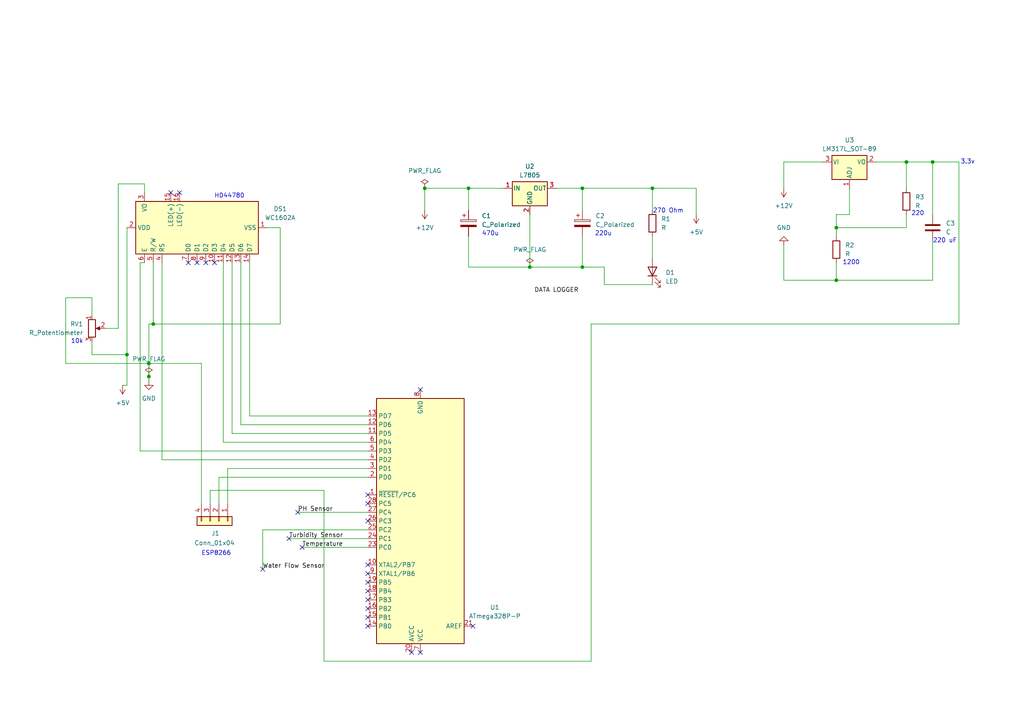
<source format=kicad_sch>
(kicad_sch
	(version 20250114)
	(generator "eeschema")
	(generator_version "9.0")
	(uuid "c04ec3c6-6030-42ae-aaf7-9b237ddabdd8")
	(paper "A4")
	(title_block
		(title "KABILAN_DATA LOGGER")
		(date "7/4/25")
	)
	(lib_symbols
		(symbol "Connector_Generic:Conn_01x04"
			(pin_names
				(offset 1.016)
				(hide yes)
			)
			(exclude_from_sim no)
			(in_bom yes)
			(on_board yes)
			(property "Reference" "J"
				(at 0 5.08 0)
				(effects
					(font
						(size 1.27 1.27)
					)
				)
			)
			(property "Value" "Conn_01x04"
				(at 0 -7.62 0)
				(effects
					(font
						(size 1.27 1.27)
					)
				)
			)
			(property "Footprint" ""
				(at 0 0 0)
				(effects
					(font
						(size 1.27 1.27)
					)
					(hide yes)
				)
			)
			(property "Datasheet" "~"
				(at 0 0 0)
				(effects
					(font
						(size 1.27 1.27)
					)
					(hide yes)
				)
			)
			(property "Description" "Generic connector, single row, 01x04, script generated (kicad-library-utils/schlib/autogen/connector/)"
				(at 0 0 0)
				(effects
					(font
						(size 1.27 1.27)
					)
					(hide yes)
				)
			)
			(property "ki_keywords" "connector"
				(at 0 0 0)
				(effects
					(font
						(size 1.27 1.27)
					)
					(hide yes)
				)
			)
			(property "ki_fp_filters" "Connector*:*_1x??_*"
				(at 0 0 0)
				(effects
					(font
						(size 1.27 1.27)
					)
					(hide yes)
				)
			)
			(symbol "Conn_01x04_1_1"
				(rectangle
					(start -1.27 3.81)
					(end 1.27 -6.35)
					(stroke
						(width 0.254)
						(type default)
					)
					(fill
						(type background)
					)
				)
				(rectangle
					(start -1.27 2.667)
					(end 0 2.413)
					(stroke
						(width 0.1524)
						(type default)
					)
					(fill
						(type none)
					)
				)
				(rectangle
					(start -1.27 0.127)
					(end 0 -0.127)
					(stroke
						(width 0.1524)
						(type default)
					)
					(fill
						(type none)
					)
				)
				(rectangle
					(start -1.27 -2.413)
					(end 0 -2.667)
					(stroke
						(width 0.1524)
						(type default)
					)
					(fill
						(type none)
					)
				)
				(rectangle
					(start -1.27 -4.953)
					(end 0 -5.207)
					(stroke
						(width 0.1524)
						(type default)
					)
					(fill
						(type none)
					)
				)
				(pin passive line
					(at -5.08 2.54 0)
					(length 3.81)
					(name "Pin_1"
						(effects
							(font
								(size 1.27 1.27)
							)
						)
					)
					(number "1"
						(effects
							(font
								(size 1.27 1.27)
							)
						)
					)
				)
				(pin passive line
					(at -5.08 0 0)
					(length 3.81)
					(name "Pin_2"
						(effects
							(font
								(size 1.27 1.27)
							)
						)
					)
					(number "2"
						(effects
							(font
								(size 1.27 1.27)
							)
						)
					)
				)
				(pin passive line
					(at -5.08 -2.54 0)
					(length 3.81)
					(name "Pin_3"
						(effects
							(font
								(size 1.27 1.27)
							)
						)
					)
					(number "3"
						(effects
							(font
								(size 1.27 1.27)
							)
						)
					)
				)
				(pin passive line
					(at -5.08 -5.08 0)
					(length 3.81)
					(name "Pin_4"
						(effects
							(font
								(size 1.27 1.27)
							)
						)
					)
					(number "4"
						(effects
							(font
								(size 1.27 1.27)
							)
						)
					)
				)
			)
			(embedded_fonts no)
		)
		(symbol "Device:C"
			(pin_numbers
				(hide yes)
			)
			(pin_names
				(offset 0.254)
			)
			(exclude_from_sim no)
			(in_bom yes)
			(on_board yes)
			(property "Reference" "C"
				(at 0.635 2.54 0)
				(effects
					(font
						(size 1.27 1.27)
					)
					(justify left)
				)
			)
			(property "Value" "C"
				(at 0.635 -2.54 0)
				(effects
					(font
						(size 1.27 1.27)
					)
					(justify left)
				)
			)
			(property "Footprint" ""
				(at 0.9652 -3.81 0)
				(effects
					(font
						(size 1.27 1.27)
					)
					(hide yes)
				)
			)
			(property "Datasheet" "~"
				(at 0 0 0)
				(effects
					(font
						(size 1.27 1.27)
					)
					(hide yes)
				)
			)
			(property "Description" "Unpolarized capacitor"
				(at 0 0 0)
				(effects
					(font
						(size 1.27 1.27)
					)
					(hide yes)
				)
			)
			(property "ki_keywords" "cap capacitor"
				(at 0 0 0)
				(effects
					(font
						(size 1.27 1.27)
					)
					(hide yes)
				)
			)
			(property "ki_fp_filters" "C_*"
				(at 0 0 0)
				(effects
					(font
						(size 1.27 1.27)
					)
					(hide yes)
				)
			)
			(symbol "C_0_1"
				(polyline
					(pts
						(xy -2.032 0.762) (xy 2.032 0.762)
					)
					(stroke
						(width 0.508)
						(type default)
					)
					(fill
						(type none)
					)
				)
				(polyline
					(pts
						(xy -2.032 -0.762) (xy 2.032 -0.762)
					)
					(stroke
						(width 0.508)
						(type default)
					)
					(fill
						(type none)
					)
				)
			)
			(symbol "C_1_1"
				(pin passive line
					(at 0 3.81 270)
					(length 2.794)
					(name "~"
						(effects
							(font
								(size 1.27 1.27)
							)
						)
					)
					(number "1"
						(effects
							(font
								(size 1.27 1.27)
							)
						)
					)
				)
				(pin passive line
					(at 0 -3.81 90)
					(length 2.794)
					(name "~"
						(effects
							(font
								(size 1.27 1.27)
							)
						)
					)
					(number "2"
						(effects
							(font
								(size 1.27 1.27)
							)
						)
					)
				)
			)
			(embedded_fonts no)
		)
		(symbol "Device:C_Polarized"
			(pin_numbers
				(hide yes)
			)
			(pin_names
				(offset 0.254)
			)
			(exclude_from_sim no)
			(in_bom yes)
			(on_board yes)
			(property "Reference" "C"
				(at 0.635 2.54 0)
				(effects
					(font
						(size 1.27 1.27)
					)
					(justify left)
				)
			)
			(property "Value" "C_Polarized"
				(at 0.635 -2.54 0)
				(effects
					(font
						(size 1.27 1.27)
					)
					(justify left)
				)
			)
			(property "Footprint" ""
				(at 0.9652 -3.81 0)
				(effects
					(font
						(size 1.27 1.27)
					)
					(hide yes)
				)
			)
			(property "Datasheet" "~"
				(at 0 0 0)
				(effects
					(font
						(size 1.27 1.27)
					)
					(hide yes)
				)
			)
			(property "Description" "Polarized capacitor"
				(at 0 0 0)
				(effects
					(font
						(size 1.27 1.27)
					)
					(hide yes)
				)
			)
			(property "ki_keywords" "cap capacitor"
				(at 0 0 0)
				(effects
					(font
						(size 1.27 1.27)
					)
					(hide yes)
				)
			)
			(property "ki_fp_filters" "CP_*"
				(at 0 0 0)
				(effects
					(font
						(size 1.27 1.27)
					)
					(hide yes)
				)
			)
			(symbol "C_Polarized_0_1"
				(rectangle
					(start -2.286 0.508)
					(end 2.286 1.016)
					(stroke
						(width 0)
						(type default)
					)
					(fill
						(type none)
					)
				)
				(polyline
					(pts
						(xy -1.778 2.286) (xy -0.762 2.286)
					)
					(stroke
						(width 0)
						(type default)
					)
					(fill
						(type none)
					)
				)
				(polyline
					(pts
						(xy -1.27 2.794) (xy -1.27 1.778)
					)
					(stroke
						(width 0)
						(type default)
					)
					(fill
						(type none)
					)
				)
				(rectangle
					(start 2.286 -0.508)
					(end -2.286 -1.016)
					(stroke
						(width 0)
						(type default)
					)
					(fill
						(type outline)
					)
				)
			)
			(symbol "C_Polarized_1_1"
				(pin passive line
					(at 0 3.81 270)
					(length 2.794)
					(name "~"
						(effects
							(font
								(size 1.27 1.27)
							)
						)
					)
					(number "1"
						(effects
							(font
								(size 1.27 1.27)
							)
						)
					)
				)
				(pin passive line
					(at 0 -3.81 90)
					(length 2.794)
					(name "~"
						(effects
							(font
								(size 1.27 1.27)
							)
						)
					)
					(number "2"
						(effects
							(font
								(size 1.27 1.27)
							)
						)
					)
				)
			)
			(embedded_fonts no)
		)
		(symbol "Device:LED"
			(pin_numbers
				(hide yes)
			)
			(pin_names
				(offset 1.016)
				(hide yes)
			)
			(exclude_from_sim no)
			(in_bom yes)
			(on_board yes)
			(property "Reference" "D"
				(at 0 2.54 0)
				(effects
					(font
						(size 1.27 1.27)
					)
				)
			)
			(property "Value" "LED"
				(at 0 -2.54 0)
				(effects
					(font
						(size 1.27 1.27)
					)
				)
			)
			(property "Footprint" ""
				(at 0 0 0)
				(effects
					(font
						(size 1.27 1.27)
					)
					(hide yes)
				)
			)
			(property "Datasheet" "~"
				(at 0 0 0)
				(effects
					(font
						(size 1.27 1.27)
					)
					(hide yes)
				)
			)
			(property "Description" "Light emitting diode"
				(at 0 0 0)
				(effects
					(font
						(size 1.27 1.27)
					)
					(hide yes)
				)
			)
			(property "Sim.Pins" "1=K 2=A"
				(at 0 0 0)
				(effects
					(font
						(size 1.27 1.27)
					)
					(hide yes)
				)
			)
			(property "ki_keywords" "LED diode"
				(at 0 0 0)
				(effects
					(font
						(size 1.27 1.27)
					)
					(hide yes)
				)
			)
			(property "ki_fp_filters" "LED* LED_SMD:* LED_THT:*"
				(at 0 0 0)
				(effects
					(font
						(size 1.27 1.27)
					)
					(hide yes)
				)
			)
			(symbol "LED_0_1"
				(polyline
					(pts
						(xy -3.048 -0.762) (xy -4.572 -2.286) (xy -3.81 -2.286) (xy -4.572 -2.286) (xy -4.572 -1.524)
					)
					(stroke
						(width 0)
						(type default)
					)
					(fill
						(type none)
					)
				)
				(polyline
					(pts
						(xy -1.778 -0.762) (xy -3.302 -2.286) (xy -2.54 -2.286) (xy -3.302 -2.286) (xy -3.302 -1.524)
					)
					(stroke
						(width 0)
						(type default)
					)
					(fill
						(type none)
					)
				)
				(polyline
					(pts
						(xy -1.27 0) (xy 1.27 0)
					)
					(stroke
						(width 0)
						(type default)
					)
					(fill
						(type none)
					)
				)
				(polyline
					(pts
						(xy -1.27 -1.27) (xy -1.27 1.27)
					)
					(stroke
						(width 0.254)
						(type default)
					)
					(fill
						(type none)
					)
				)
				(polyline
					(pts
						(xy 1.27 -1.27) (xy 1.27 1.27) (xy -1.27 0) (xy 1.27 -1.27)
					)
					(stroke
						(width 0.254)
						(type default)
					)
					(fill
						(type none)
					)
				)
			)
			(symbol "LED_1_1"
				(pin passive line
					(at -3.81 0 0)
					(length 2.54)
					(name "K"
						(effects
							(font
								(size 1.27 1.27)
							)
						)
					)
					(number "1"
						(effects
							(font
								(size 1.27 1.27)
							)
						)
					)
				)
				(pin passive line
					(at 3.81 0 180)
					(length 2.54)
					(name "A"
						(effects
							(font
								(size 1.27 1.27)
							)
						)
					)
					(number "2"
						(effects
							(font
								(size 1.27 1.27)
							)
						)
					)
				)
			)
			(embedded_fonts no)
		)
		(symbol "Device:R"
			(pin_numbers
				(hide yes)
			)
			(pin_names
				(offset 0)
			)
			(exclude_from_sim no)
			(in_bom yes)
			(on_board yes)
			(property "Reference" "R"
				(at 2.032 0 90)
				(effects
					(font
						(size 1.27 1.27)
					)
				)
			)
			(property "Value" "R"
				(at 0 0 90)
				(effects
					(font
						(size 1.27 1.27)
					)
				)
			)
			(property "Footprint" ""
				(at -1.778 0 90)
				(effects
					(font
						(size 1.27 1.27)
					)
					(hide yes)
				)
			)
			(property "Datasheet" "~"
				(at 0 0 0)
				(effects
					(font
						(size 1.27 1.27)
					)
					(hide yes)
				)
			)
			(property "Description" "Resistor"
				(at 0 0 0)
				(effects
					(font
						(size 1.27 1.27)
					)
					(hide yes)
				)
			)
			(property "ki_keywords" "R res resistor"
				(at 0 0 0)
				(effects
					(font
						(size 1.27 1.27)
					)
					(hide yes)
				)
			)
			(property "ki_fp_filters" "R_*"
				(at 0 0 0)
				(effects
					(font
						(size 1.27 1.27)
					)
					(hide yes)
				)
			)
			(symbol "R_0_1"
				(rectangle
					(start -1.016 -2.54)
					(end 1.016 2.54)
					(stroke
						(width 0.254)
						(type default)
					)
					(fill
						(type none)
					)
				)
			)
			(symbol "R_1_1"
				(pin passive line
					(at 0 3.81 270)
					(length 1.27)
					(name "~"
						(effects
							(font
								(size 1.27 1.27)
							)
						)
					)
					(number "1"
						(effects
							(font
								(size 1.27 1.27)
							)
						)
					)
				)
				(pin passive line
					(at 0 -3.81 90)
					(length 1.27)
					(name "~"
						(effects
							(font
								(size 1.27 1.27)
							)
						)
					)
					(number "2"
						(effects
							(font
								(size 1.27 1.27)
							)
						)
					)
				)
			)
			(embedded_fonts no)
		)
		(symbol "Device:R_Potentiometer"
			(pin_names
				(offset 1.016)
				(hide yes)
			)
			(exclude_from_sim no)
			(in_bom yes)
			(on_board yes)
			(property "Reference" "RV"
				(at -4.445 0 90)
				(effects
					(font
						(size 1.27 1.27)
					)
				)
			)
			(property "Value" "R_Potentiometer"
				(at -2.54 0 90)
				(effects
					(font
						(size 1.27 1.27)
					)
				)
			)
			(property "Footprint" ""
				(at 0 0 0)
				(effects
					(font
						(size 1.27 1.27)
					)
					(hide yes)
				)
			)
			(property "Datasheet" "~"
				(at 0 0 0)
				(effects
					(font
						(size 1.27 1.27)
					)
					(hide yes)
				)
			)
			(property "Description" "Potentiometer"
				(at 0 0 0)
				(effects
					(font
						(size 1.27 1.27)
					)
					(hide yes)
				)
			)
			(property "ki_keywords" "resistor variable"
				(at 0 0 0)
				(effects
					(font
						(size 1.27 1.27)
					)
					(hide yes)
				)
			)
			(property "ki_fp_filters" "Potentiometer*"
				(at 0 0 0)
				(effects
					(font
						(size 1.27 1.27)
					)
					(hide yes)
				)
			)
			(symbol "R_Potentiometer_0_1"
				(rectangle
					(start 1.016 2.54)
					(end -1.016 -2.54)
					(stroke
						(width 0.254)
						(type default)
					)
					(fill
						(type none)
					)
				)
				(polyline
					(pts
						(xy 1.143 0) (xy 2.286 0.508) (xy 2.286 -0.508) (xy 1.143 0)
					)
					(stroke
						(width 0)
						(type default)
					)
					(fill
						(type outline)
					)
				)
				(polyline
					(pts
						(xy 2.54 0) (xy 1.524 0)
					)
					(stroke
						(width 0)
						(type default)
					)
					(fill
						(type none)
					)
				)
			)
			(symbol "R_Potentiometer_1_1"
				(pin passive line
					(at 0 3.81 270)
					(length 1.27)
					(name "1"
						(effects
							(font
								(size 1.27 1.27)
							)
						)
					)
					(number "1"
						(effects
							(font
								(size 1.27 1.27)
							)
						)
					)
				)
				(pin passive line
					(at 0 -3.81 90)
					(length 1.27)
					(name "3"
						(effects
							(font
								(size 1.27 1.27)
							)
						)
					)
					(number "3"
						(effects
							(font
								(size 1.27 1.27)
							)
						)
					)
				)
				(pin passive line
					(at 3.81 0 180)
					(length 1.27)
					(name "2"
						(effects
							(font
								(size 1.27 1.27)
							)
						)
					)
					(number "2"
						(effects
							(font
								(size 1.27 1.27)
							)
						)
					)
				)
			)
			(embedded_fonts no)
		)
		(symbol "Display_Character:WC1602A"
			(exclude_from_sim no)
			(in_bom yes)
			(on_board yes)
			(property "Reference" "DS"
				(at -5.842 19.05 0)
				(effects
					(font
						(size 1.27 1.27)
					)
				)
			)
			(property "Value" "WC1602A"
				(at 5.334 19.05 0)
				(effects
					(font
						(size 1.27 1.27)
					)
				)
			)
			(property "Footprint" "Display:WC1602A"
				(at 0 -22.86 0)
				(effects
					(font
						(size 1.27 1.27)
						(italic yes)
					)
					(hide yes)
				)
			)
			(property "Datasheet" "http://www.wincomlcd.com/pdf/WC1602A-SFYLYHTC06.pdf"
				(at 17.78 0 0)
				(effects
					(font
						(size 1.27 1.27)
					)
					(hide yes)
				)
			)
			(property "Description" "LCD 16x2 Alphanumeric , 8 bit parallel bus, 5V VDD"
				(at 0 0 0)
				(effects
					(font
						(size 1.27 1.27)
					)
					(hide yes)
				)
			)
			(property "ki_keywords" "display LCD dot-matrix"
				(at 0 0 0)
				(effects
					(font
						(size 1.27 1.27)
					)
					(hide yes)
				)
			)
			(property "ki_fp_filters" "*WC*1602A*"
				(at 0 0 0)
				(effects
					(font
						(size 1.27 1.27)
					)
					(hide yes)
				)
			)
			(symbol "WC1602A_1_1"
				(rectangle
					(start -7.62 17.78)
					(end 7.62 -17.78)
					(stroke
						(width 0.254)
						(type default)
					)
					(fill
						(type background)
					)
				)
				(pin input line
					(at -10.16 15.24 0)
					(length 2.54)
					(name "E"
						(effects
							(font
								(size 1.27 1.27)
							)
						)
					)
					(number "6"
						(effects
							(font
								(size 1.27 1.27)
							)
						)
					)
				)
				(pin input line
					(at -10.16 12.7 0)
					(length 2.54)
					(name "R/W"
						(effects
							(font
								(size 1.27 1.27)
							)
						)
					)
					(number "5"
						(effects
							(font
								(size 1.27 1.27)
							)
						)
					)
				)
				(pin input line
					(at -10.16 10.16 0)
					(length 2.54)
					(name "RS"
						(effects
							(font
								(size 1.27 1.27)
							)
						)
					)
					(number "4"
						(effects
							(font
								(size 1.27 1.27)
							)
						)
					)
				)
				(pin input line
					(at -10.16 2.54 0)
					(length 2.54)
					(name "D0"
						(effects
							(font
								(size 1.27 1.27)
							)
						)
					)
					(number "7"
						(effects
							(font
								(size 1.27 1.27)
							)
						)
					)
				)
				(pin input line
					(at -10.16 0 0)
					(length 2.54)
					(name "D1"
						(effects
							(font
								(size 1.27 1.27)
							)
						)
					)
					(number "8"
						(effects
							(font
								(size 1.27 1.27)
							)
						)
					)
				)
				(pin input line
					(at -10.16 -2.54 0)
					(length 2.54)
					(name "D2"
						(effects
							(font
								(size 1.27 1.27)
							)
						)
					)
					(number "9"
						(effects
							(font
								(size 1.27 1.27)
							)
						)
					)
				)
				(pin input line
					(at -10.16 -5.08 0)
					(length 2.54)
					(name "D3"
						(effects
							(font
								(size 1.27 1.27)
							)
						)
					)
					(number "10"
						(effects
							(font
								(size 1.27 1.27)
							)
						)
					)
				)
				(pin input line
					(at -10.16 -7.62 0)
					(length 2.54)
					(name "D4"
						(effects
							(font
								(size 1.27 1.27)
							)
						)
					)
					(number "11"
						(effects
							(font
								(size 1.27 1.27)
							)
						)
					)
				)
				(pin input line
					(at -10.16 -10.16 0)
					(length 2.54)
					(name "D5"
						(effects
							(font
								(size 1.27 1.27)
							)
						)
					)
					(number "12"
						(effects
							(font
								(size 1.27 1.27)
							)
						)
					)
				)
				(pin input line
					(at -10.16 -12.7 0)
					(length 2.54)
					(name "D6"
						(effects
							(font
								(size 1.27 1.27)
							)
						)
					)
					(number "13"
						(effects
							(font
								(size 1.27 1.27)
							)
						)
					)
				)
				(pin input line
					(at -10.16 -15.24 0)
					(length 2.54)
					(name "D7"
						(effects
							(font
								(size 1.27 1.27)
							)
						)
					)
					(number "14"
						(effects
							(font
								(size 1.27 1.27)
							)
						)
					)
				)
				(pin power_in line
					(at 0 20.32 270)
					(length 2.54)
					(name "VDD"
						(effects
							(font
								(size 1.27 1.27)
							)
						)
					)
					(number "2"
						(effects
							(font
								(size 1.27 1.27)
							)
						)
					)
				)
				(pin power_in line
					(at 0 -20.32 90)
					(length 2.54)
					(name "VSS"
						(effects
							(font
								(size 1.27 1.27)
							)
						)
					)
					(number "1"
						(effects
							(font
								(size 1.27 1.27)
							)
						)
					)
				)
				(pin input line
					(at 10.16 15.24 180)
					(length 2.54)
					(name "VO"
						(effects
							(font
								(size 1.27 1.27)
							)
						)
					)
					(number "3"
						(effects
							(font
								(size 1.27 1.27)
							)
						)
					)
				)
				(pin power_in line
					(at 10.16 7.62 180)
					(length 2.54)
					(name "LED(+)"
						(effects
							(font
								(size 1.27 1.27)
							)
						)
					)
					(number "15"
						(effects
							(font
								(size 1.27 1.27)
							)
						)
					)
				)
				(pin power_in line
					(at 10.16 5.08 180)
					(length 2.54)
					(name "LED(-)"
						(effects
							(font
								(size 1.27 1.27)
							)
						)
					)
					(number "16"
						(effects
							(font
								(size 1.27 1.27)
							)
						)
					)
				)
			)
			(embedded_fonts no)
		)
		(symbol "MCU_Microchip_ATmega:ATmega328P-P"
			(exclude_from_sim no)
			(in_bom yes)
			(on_board yes)
			(property "Reference" "U"
				(at -12.7 36.83 0)
				(effects
					(font
						(size 1.27 1.27)
					)
					(justify left bottom)
				)
			)
			(property "Value" "ATmega328P-P"
				(at 2.54 -36.83 0)
				(effects
					(font
						(size 1.27 1.27)
					)
					(justify left top)
				)
			)
			(property "Footprint" "Package_DIP:DIP-28_W7.62mm"
				(at 0 0 0)
				(effects
					(font
						(size 1.27 1.27)
						(italic yes)
					)
					(hide yes)
				)
			)
			(property "Datasheet" "http://ww1.microchip.com/downloads/en/DeviceDoc/ATmega328_P%20AVR%20MCU%20with%20picoPower%20Technology%20Data%20Sheet%2040001984A.pdf"
				(at 0 0 0)
				(effects
					(font
						(size 1.27 1.27)
					)
					(hide yes)
				)
			)
			(property "Description" "20MHz, 32kB Flash, 2kB SRAM, 1kB EEPROM, DIP-28"
				(at 0 0 0)
				(effects
					(font
						(size 1.27 1.27)
					)
					(hide yes)
				)
			)
			(property "ki_keywords" "AVR 8bit Microcontroller MegaAVR PicoPower"
				(at 0 0 0)
				(effects
					(font
						(size 1.27 1.27)
					)
					(hide yes)
				)
			)
			(property "ki_fp_filters" "DIP*W7.62mm*"
				(at 0 0 0)
				(effects
					(font
						(size 1.27 1.27)
					)
					(hide yes)
				)
			)
			(symbol "ATmega328P-P_0_1"
				(rectangle
					(start -12.7 -35.56)
					(end 12.7 35.56)
					(stroke
						(width 0.254)
						(type default)
					)
					(fill
						(type background)
					)
				)
			)
			(symbol "ATmega328P-P_1_1"
				(pin passive line
					(at -15.24 30.48 0)
					(length 2.54)
					(name "AREF"
						(effects
							(font
								(size 1.27 1.27)
							)
						)
					)
					(number "21"
						(effects
							(font
								(size 1.27 1.27)
							)
						)
					)
				)
				(pin power_in line
					(at 0 38.1 270)
					(length 2.54)
					(name "VCC"
						(effects
							(font
								(size 1.27 1.27)
							)
						)
					)
					(number "7"
						(effects
							(font
								(size 1.27 1.27)
							)
						)
					)
				)
				(pin passive line
					(at 0 -38.1 90)
					(length 2.54)
					(hide yes)
					(name "GND"
						(effects
							(font
								(size 1.27 1.27)
							)
						)
					)
					(number "22"
						(effects
							(font
								(size 1.27 1.27)
							)
						)
					)
				)
				(pin power_in line
					(at 0 -38.1 90)
					(length 2.54)
					(name "GND"
						(effects
							(font
								(size 1.27 1.27)
							)
						)
					)
					(number "8"
						(effects
							(font
								(size 1.27 1.27)
							)
						)
					)
				)
				(pin power_in line
					(at 2.54 38.1 270)
					(length 2.54)
					(name "AVCC"
						(effects
							(font
								(size 1.27 1.27)
							)
						)
					)
					(number "20"
						(effects
							(font
								(size 1.27 1.27)
							)
						)
					)
				)
				(pin bidirectional line
					(at 15.24 30.48 180)
					(length 2.54)
					(name "PB0"
						(effects
							(font
								(size 1.27 1.27)
							)
						)
					)
					(number "14"
						(effects
							(font
								(size 1.27 1.27)
							)
						)
					)
				)
				(pin bidirectional line
					(at 15.24 27.94 180)
					(length 2.54)
					(name "PB1"
						(effects
							(font
								(size 1.27 1.27)
							)
						)
					)
					(number "15"
						(effects
							(font
								(size 1.27 1.27)
							)
						)
					)
				)
				(pin bidirectional line
					(at 15.24 25.4 180)
					(length 2.54)
					(name "PB2"
						(effects
							(font
								(size 1.27 1.27)
							)
						)
					)
					(number "16"
						(effects
							(font
								(size 1.27 1.27)
							)
						)
					)
				)
				(pin bidirectional line
					(at 15.24 22.86 180)
					(length 2.54)
					(name "PB3"
						(effects
							(font
								(size 1.27 1.27)
							)
						)
					)
					(number "17"
						(effects
							(font
								(size 1.27 1.27)
							)
						)
					)
				)
				(pin bidirectional line
					(at 15.24 20.32 180)
					(length 2.54)
					(name "PB4"
						(effects
							(font
								(size 1.27 1.27)
							)
						)
					)
					(number "18"
						(effects
							(font
								(size 1.27 1.27)
							)
						)
					)
				)
				(pin bidirectional line
					(at 15.24 17.78 180)
					(length 2.54)
					(name "PB5"
						(effects
							(font
								(size 1.27 1.27)
							)
						)
					)
					(number "19"
						(effects
							(font
								(size 1.27 1.27)
							)
						)
					)
				)
				(pin bidirectional line
					(at 15.24 15.24 180)
					(length 2.54)
					(name "XTAL1/PB6"
						(effects
							(font
								(size 1.27 1.27)
							)
						)
					)
					(number "9"
						(effects
							(font
								(size 1.27 1.27)
							)
						)
					)
				)
				(pin bidirectional line
					(at 15.24 12.7 180)
					(length 2.54)
					(name "XTAL2/PB7"
						(effects
							(font
								(size 1.27 1.27)
							)
						)
					)
					(number "10"
						(effects
							(font
								(size 1.27 1.27)
							)
						)
					)
				)
				(pin bidirectional line
					(at 15.24 7.62 180)
					(length 2.54)
					(name "PC0"
						(effects
							(font
								(size 1.27 1.27)
							)
						)
					)
					(number "23"
						(effects
							(font
								(size 1.27 1.27)
							)
						)
					)
				)
				(pin bidirectional line
					(at 15.24 5.08 180)
					(length 2.54)
					(name "PC1"
						(effects
							(font
								(size 1.27 1.27)
							)
						)
					)
					(number "24"
						(effects
							(font
								(size 1.27 1.27)
							)
						)
					)
				)
				(pin bidirectional line
					(at 15.24 2.54 180)
					(length 2.54)
					(name "PC2"
						(effects
							(font
								(size 1.27 1.27)
							)
						)
					)
					(number "25"
						(effects
							(font
								(size 1.27 1.27)
							)
						)
					)
				)
				(pin bidirectional line
					(at 15.24 0 180)
					(length 2.54)
					(name "PC3"
						(effects
							(font
								(size 1.27 1.27)
							)
						)
					)
					(number "26"
						(effects
							(font
								(size 1.27 1.27)
							)
						)
					)
				)
				(pin bidirectional line
					(at 15.24 -2.54 180)
					(length 2.54)
					(name "PC4"
						(effects
							(font
								(size 1.27 1.27)
							)
						)
					)
					(number "27"
						(effects
							(font
								(size 1.27 1.27)
							)
						)
					)
				)
				(pin bidirectional line
					(at 15.24 -5.08 180)
					(length 2.54)
					(name "PC5"
						(effects
							(font
								(size 1.27 1.27)
							)
						)
					)
					(number "28"
						(effects
							(font
								(size 1.27 1.27)
							)
						)
					)
				)
				(pin bidirectional line
					(at 15.24 -7.62 180)
					(length 2.54)
					(name "~{RESET}/PC6"
						(effects
							(font
								(size 1.27 1.27)
							)
						)
					)
					(number "1"
						(effects
							(font
								(size 1.27 1.27)
							)
						)
					)
				)
				(pin bidirectional line
					(at 15.24 -12.7 180)
					(length 2.54)
					(name "PD0"
						(effects
							(font
								(size 1.27 1.27)
							)
						)
					)
					(number "2"
						(effects
							(font
								(size 1.27 1.27)
							)
						)
					)
				)
				(pin bidirectional line
					(at 15.24 -15.24 180)
					(length 2.54)
					(name "PD1"
						(effects
							(font
								(size 1.27 1.27)
							)
						)
					)
					(number "3"
						(effects
							(font
								(size 1.27 1.27)
							)
						)
					)
				)
				(pin bidirectional line
					(at 15.24 -17.78 180)
					(length 2.54)
					(name "PD2"
						(effects
							(font
								(size 1.27 1.27)
							)
						)
					)
					(number "4"
						(effects
							(font
								(size 1.27 1.27)
							)
						)
					)
				)
				(pin bidirectional line
					(at 15.24 -20.32 180)
					(length 2.54)
					(name "PD3"
						(effects
							(font
								(size 1.27 1.27)
							)
						)
					)
					(number "5"
						(effects
							(font
								(size 1.27 1.27)
							)
						)
					)
				)
				(pin bidirectional line
					(at 15.24 -22.86 180)
					(length 2.54)
					(name "PD4"
						(effects
							(font
								(size 1.27 1.27)
							)
						)
					)
					(number "6"
						(effects
							(font
								(size 1.27 1.27)
							)
						)
					)
				)
				(pin bidirectional line
					(at 15.24 -25.4 180)
					(length 2.54)
					(name "PD5"
						(effects
							(font
								(size 1.27 1.27)
							)
						)
					)
					(number "11"
						(effects
							(font
								(size 1.27 1.27)
							)
						)
					)
				)
				(pin bidirectional line
					(at 15.24 -27.94 180)
					(length 2.54)
					(name "PD6"
						(effects
							(font
								(size 1.27 1.27)
							)
						)
					)
					(number "12"
						(effects
							(font
								(size 1.27 1.27)
							)
						)
					)
				)
				(pin bidirectional line
					(at 15.24 -30.48 180)
					(length 2.54)
					(name "PD7"
						(effects
							(font
								(size 1.27 1.27)
							)
						)
					)
					(number "13"
						(effects
							(font
								(size 1.27 1.27)
							)
						)
					)
				)
			)
			(embedded_fonts no)
		)
		(symbol "Regulator_Linear:L7805"
			(pin_names
				(offset 0.254)
			)
			(exclude_from_sim no)
			(in_bom yes)
			(on_board yes)
			(property "Reference" "U"
				(at -3.81 3.175 0)
				(effects
					(font
						(size 1.27 1.27)
					)
				)
			)
			(property "Value" "L7805"
				(at 0 3.175 0)
				(effects
					(font
						(size 1.27 1.27)
					)
					(justify left)
				)
			)
			(property "Footprint" ""
				(at 0.635 -3.81 0)
				(effects
					(font
						(size 1.27 1.27)
						(italic yes)
					)
					(justify left)
					(hide yes)
				)
			)
			(property "Datasheet" "http://www.st.com/content/ccc/resource/technical/document/datasheet/41/4f/b3/b0/12/d4/47/88/CD00000444.pdf/files/CD00000444.pdf/jcr:content/translations/en.CD00000444.pdf"
				(at 0 -1.27 0)
				(effects
					(font
						(size 1.27 1.27)
					)
					(hide yes)
				)
			)
			(property "Description" "Positive 1.5A 35V Linear Regulator, Fixed Output 5V, TO-220/TO-263/TO-252"
				(at 0 0 0)
				(effects
					(font
						(size 1.27 1.27)
					)
					(hide yes)
				)
			)
			(property "ki_keywords" "Voltage Regulator 1.5A Positive"
				(at 0 0 0)
				(effects
					(font
						(size 1.27 1.27)
					)
					(hide yes)
				)
			)
			(property "ki_fp_filters" "TO?252* TO?263* TO?220*"
				(at 0 0 0)
				(effects
					(font
						(size 1.27 1.27)
					)
					(hide yes)
				)
			)
			(symbol "L7805_0_1"
				(rectangle
					(start -5.08 1.905)
					(end 5.08 -5.08)
					(stroke
						(width 0.254)
						(type default)
					)
					(fill
						(type background)
					)
				)
			)
			(symbol "L7805_1_1"
				(pin power_in line
					(at -7.62 0 0)
					(length 2.54)
					(name "IN"
						(effects
							(font
								(size 1.27 1.27)
							)
						)
					)
					(number "1"
						(effects
							(font
								(size 1.27 1.27)
							)
						)
					)
				)
				(pin power_in line
					(at 0 -7.62 90)
					(length 2.54)
					(name "GND"
						(effects
							(font
								(size 1.27 1.27)
							)
						)
					)
					(number "2"
						(effects
							(font
								(size 1.27 1.27)
							)
						)
					)
				)
				(pin power_out line
					(at 7.62 0 180)
					(length 2.54)
					(name "OUT"
						(effects
							(font
								(size 1.27 1.27)
							)
						)
					)
					(number "3"
						(effects
							(font
								(size 1.27 1.27)
							)
						)
					)
				)
			)
			(embedded_fonts no)
		)
		(symbol "Regulator_Linear:LM317L_SOT-89"
			(pin_names
				(offset 0.254)
			)
			(exclude_from_sim no)
			(in_bom yes)
			(on_board yes)
			(property "Reference" "U"
				(at -3.81 3.175 0)
				(effects
					(font
						(size 1.27 1.27)
					)
				)
			)
			(property "Value" "LM317L_SOT-89"
				(at 0 3.175 0)
				(effects
					(font
						(size 1.27 1.27)
					)
					(justify left)
				)
			)
			(property "Footprint" "Package_TO_SOT_SMD:SOT-89-3"
				(at 0 6.35 0)
				(effects
					(font
						(size 1.27 1.27)
						(italic yes)
					)
					(hide yes)
				)
			)
			(property "Datasheet" "http://www.ti.com/lit/ds/symlink/lm317l.pdf"
				(at 0 0 0)
				(effects
					(font
						(size 1.27 1.27)
					)
					(hide yes)
				)
			)
			(property "Description" "100mA 35V Adjustable Linear Regulator, SOT-89"
				(at 0 0 0)
				(effects
					(font
						(size 1.27 1.27)
					)
					(hide yes)
				)
			)
			(property "ki_keywords" "Adjustable Voltage Regulator 1A Positive"
				(at 0 0 0)
				(effects
					(font
						(size 1.27 1.27)
					)
					(hide yes)
				)
			)
			(property "ki_fp_filters" "SOT?89*"
				(at 0 0 0)
				(effects
					(font
						(size 1.27 1.27)
					)
					(hide yes)
				)
			)
			(symbol "LM317L_SOT-89_0_1"
				(rectangle
					(start -5.08 1.905)
					(end 5.08 -5.08)
					(stroke
						(width 0.254)
						(type default)
					)
					(fill
						(type background)
					)
				)
			)
			(symbol "LM317L_SOT-89_1_1"
				(pin power_in line
					(at -7.62 0 0)
					(length 2.54)
					(name "VI"
						(effects
							(font
								(size 1.27 1.27)
							)
						)
					)
					(number "3"
						(effects
							(font
								(size 1.27 1.27)
							)
						)
					)
				)
				(pin input line
					(at 0 -7.62 90)
					(length 2.54)
					(name "ADJ"
						(effects
							(font
								(size 1.27 1.27)
							)
						)
					)
					(number "1"
						(effects
							(font
								(size 1.27 1.27)
							)
						)
					)
				)
				(pin power_out line
					(at 7.62 0 180)
					(length 2.54)
					(name "VO"
						(effects
							(font
								(size 1.27 1.27)
							)
						)
					)
					(number "2"
						(effects
							(font
								(size 1.27 1.27)
							)
						)
					)
				)
			)
			(embedded_fonts no)
		)
		(symbol "power:+12V"
			(power)
			(pin_numbers
				(hide yes)
			)
			(pin_names
				(offset 0)
				(hide yes)
			)
			(exclude_from_sim no)
			(in_bom yes)
			(on_board yes)
			(property "Reference" "#PWR"
				(at 0 -3.81 0)
				(effects
					(font
						(size 1.27 1.27)
					)
					(hide yes)
				)
			)
			(property "Value" "+12V"
				(at 0 3.556 0)
				(effects
					(font
						(size 1.27 1.27)
					)
				)
			)
			(property "Footprint" ""
				(at 0 0 0)
				(effects
					(font
						(size 1.27 1.27)
					)
					(hide yes)
				)
			)
			(property "Datasheet" ""
				(at 0 0 0)
				(effects
					(font
						(size 1.27 1.27)
					)
					(hide yes)
				)
			)
			(property "Description" "Power symbol creates a global label with name \"+12V\""
				(at 0 0 0)
				(effects
					(font
						(size 1.27 1.27)
					)
					(hide yes)
				)
			)
			(property "ki_keywords" "global power"
				(at 0 0 0)
				(effects
					(font
						(size 1.27 1.27)
					)
					(hide yes)
				)
			)
			(symbol "+12V_0_1"
				(polyline
					(pts
						(xy -0.762 1.27) (xy 0 2.54)
					)
					(stroke
						(width 0)
						(type default)
					)
					(fill
						(type none)
					)
				)
				(polyline
					(pts
						(xy 0 2.54) (xy 0.762 1.27)
					)
					(stroke
						(width 0)
						(type default)
					)
					(fill
						(type none)
					)
				)
				(polyline
					(pts
						(xy 0 0) (xy 0 2.54)
					)
					(stroke
						(width 0)
						(type default)
					)
					(fill
						(type none)
					)
				)
			)
			(symbol "+12V_1_1"
				(pin power_in line
					(at 0 0 90)
					(length 0)
					(name "~"
						(effects
							(font
								(size 1.27 1.27)
							)
						)
					)
					(number "1"
						(effects
							(font
								(size 1.27 1.27)
							)
						)
					)
				)
			)
			(embedded_fonts no)
		)
		(symbol "power:+5V"
			(power)
			(pin_numbers
				(hide yes)
			)
			(pin_names
				(offset 0)
				(hide yes)
			)
			(exclude_from_sim no)
			(in_bom yes)
			(on_board yes)
			(property "Reference" "#PWR"
				(at 0 -3.81 0)
				(effects
					(font
						(size 1.27 1.27)
					)
					(hide yes)
				)
			)
			(property "Value" "+5V"
				(at 0 3.556 0)
				(effects
					(font
						(size 1.27 1.27)
					)
				)
			)
			(property "Footprint" ""
				(at 0 0 0)
				(effects
					(font
						(size 1.27 1.27)
					)
					(hide yes)
				)
			)
			(property "Datasheet" ""
				(at 0 0 0)
				(effects
					(font
						(size 1.27 1.27)
					)
					(hide yes)
				)
			)
			(property "Description" "Power symbol creates a global label with name \"+5V\""
				(at 0 0 0)
				(effects
					(font
						(size 1.27 1.27)
					)
					(hide yes)
				)
			)
			(property "ki_keywords" "global power"
				(at 0 0 0)
				(effects
					(font
						(size 1.27 1.27)
					)
					(hide yes)
				)
			)
			(symbol "+5V_0_1"
				(polyline
					(pts
						(xy -0.762 1.27) (xy 0 2.54)
					)
					(stroke
						(width 0)
						(type default)
					)
					(fill
						(type none)
					)
				)
				(polyline
					(pts
						(xy 0 2.54) (xy 0.762 1.27)
					)
					(stroke
						(width 0)
						(type default)
					)
					(fill
						(type none)
					)
				)
				(polyline
					(pts
						(xy 0 0) (xy 0 2.54)
					)
					(stroke
						(width 0)
						(type default)
					)
					(fill
						(type none)
					)
				)
			)
			(symbol "+5V_1_1"
				(pin power_in line
					(at 0 0 90)
					(length 0)
					(name "~"
						(effects
							(font
								(size 1.27 1.27)
							)
						)
					)
					(number "1"
						(effects
							(font
								(size 1.27 1.27)
							)
						)
					)
				)
			)
			(embedded_fonts no)
		)
		(symbol "power:GND"
			(power)
			(pin_numbers
				(hide yes)
			)
			(pin_names
				(offset 0)
				(hide yes)
			)
			(exclude_from_sim no)
			(in_bom yes)
			(on_board yes)
			(property "Reference" "#PWR"
				(at 0 -6.35 0)
				(effects
					(font
						(size 1.27 1.27)
					)
					(hide yes)
				)
			)
			(property "Value" "GND"
				(at 0 -3.81 0)
				(effects
					(font
						(size 1.27 1.27)
					)
				)
			)
			(property "Footprint" ""
				(at 0 0 0)
				(effects
					(font
						(size 1.27 1.27)
					)
					(hide yes)
				)
			)
			(property "Datasheet" ""
				(at 0 0 0)
				(effects
					(font
						(size 1.27 1.27)
					)
					(hide yes)
				)
			)
			(property "Description" "Power symbol creates a global label with name \"GND\" , ground"
				(at 0 0 0)
				(effects
					(font
						(size 1.27 1.27)
					)
					(hide yes)
				)
			)
			(property "ki_keywords" "global power"
				(at 0 0 0)
				(effects
					(font
						(size 1.27 1.27)
					)
					(hide yes)
				)
			)
			(symbol "GND_0_1"
				(polyline
					(pts
						(xy 0 0) (xy 0 -1.27) (xy 1.27 -1.27) (xy 0 -2.54) (xy -1.27 -1.27) (xy 0 -1.27)
					)
					(stroke
						(width 0)
						(type default)
					)
					(fill
						(type none)
					)
				)
			)
			(symbol "GND_1_1"
				(pin power_in line
					(at 0 0 270)
					(length 0)
					(name "~"
						(effects
							(font
								(size 1.27 1.27)
							)
						)
					)
					(number "1"
						(effects
							(font
								(size 1.27 1.27)
							)
						)
					)
				)
			)
			(embedded_fonts no)
		)
		(symbol "power:PWR_FLAG"
			(power)
			(pin_numbers
				(hide yes)
			)
			(pin_names
				(offset 0)
				(hide yes)
			)
			(exclude_from_sim no)
			(in_bom yes)
			(on_board yes)
			(property "Reference" "#FLG"
				(at 0 1.905 0)
				(effects
					(font
						(size 1.27 1.27)
					)
					(hide yes)
				)
			)
			(property "Value" "PWR_FLAG"
				(at 0 3.81 0)
				(effects
					(font
						(size 1.27 1.27)
					)
				)
			)
			(property "Footprint" ""
				(at 0 0 0)
				(effects
					(font
						(size 1.27 1.27)
					)
					(hide yes)
				)
			)
			(property "Datasheet" "~"
				(at 0 0 0)
				(effects
					(font
						(size 1.27 1.27)
					)
					(hide yes)
				)
			)
			(property "Description" "Special symbol for telling ERC where power comes from"
				(at 0 0 0)
				(effects
					(font
						(size 1.27 1.27)
					)
					(hide yes)
				)
			)
			(property "ki_keywords" "flag power"
				(at 0 0 0)
				(effects
					(font
						(size 1.27 1.27)
					)
					(hide yes)
				)
			)
			(symbol "PWR_FLAG_0_0"
				(pin power_out line
					(at 0 0 90)
					(length 0)
					(name "~"
						(effects
							(font
								(size 1.27 1.27)
							)
						)
					)
					(number "1"
						(effects
							(font
								(size 1.27 1.27)
							)
						)
					)
				)
			)
			(symbol "PWR_FLAG_0_1"
				(polyline
					(pts
						(xy 0 0) (xy 0 1.27) (xy -1.016 1.905) (xy 0 2.54) (xy 1.016 1.905) (xy 0 1.27)
					)
					(stroke
						(width 0)
						(type default)
					)
					(fill
						(type none)
					)
				)
			)
			(embedded_fonts no)
		)
	)
	(text "220u"
		(exclude_from_sim no)
		(at 175.006 67.818 0)
		(effects
			(font
				(size 1.27 1.27)
			)
		)
		(uuid "4b5713ba-ee74-4fce-947e-c32271783e20")
	)
	(text "220"
		(exclude_from_sim no)
		(at 266.192 61.976 0)
		(effects
			(font
				(size 1.27 1.27)
			)
		)
		(uuid "4ebe593d-e746-434f-9960-32a8819e036c")
	)
	(text "220 uF"
		(exclude_from_sim no)
		(at 274.066 69.85 0)
		(effects
			(font
				(size 1.27 1.27)
			)
		)
		(uuid "6d210399-8a92-4058-a498-fc1bfb2a281a")
	)
	(text "HD44780"
		(exclude_from_sim no)
		(at 66.548 56.896 0)
		(effects
			(font
				(size 1.27 1.27)
			)
		)
		(uuid "95e70574-db6e-42a9-a222-8726d39441b5")
	)
	(text "ESP8266"
		(exclude_from_sim no)
		(at 62.738 160.528 0)
		(effects
			(font
				(size 1.27 1.27)
			)
		)
		(uuid "aa6352fa-cf1c-44ba-a878-ccac1ff4863e")
	)
	(text "10k"
		(exclude_from_sim no)
		(at 22.352 99.06 0)
		(effects
			(font
				(size 1.27 1.27)
			)
		)
		(uuid "b5f1392b-7e86-4320-b967-47487ff5b89a")
	)
	(text "1200"
		(exclude_from_sim no)
		(at 246.888 76.2 0)
		(effects
			(font
				(size 1.27 1.27)
			)
		)
		(uuid "b8d7a5c9-e5dc-409c-878d-7c01a090a5ff")
	)
	(text "270 Ohm"
		(exclude_from_sim no)
		(at 193.802 61.214 0)
		(effects
			(font
				(size 1.27 1.27)
			)
		)
		(uuid "ba7dd2f9-7a46-43b1-9622-3478490bdab5")
	)
	(text "3.3v"
		(exclude_from_sim no)
		(at 280.67 46.99 0)
		(effects
			(font
				(size 1.27 1.27)
			)
		)
		(uuid "d59fbf41-7c21-4d45-a4f7-90bc17da02ea")
	)
	(text "470u"
		(exclude_from_sim no)
		(at 142.24 67.818 0)
		(effects
			(font
				(size 1.27 1.27)
			)
		)
		(uuid "e80e4aa7-7f7d-41ac-aa51-89294b84971a")
	)
	(junction
		(at 262.89 46.99)
		(diameter 0)
		(color 0 0 0 0)
		(uuid "28ba798c-672d-4aa0-9dd2-c977c062c9ba")
	)
	(junction
		(at 153.67 77.47)
		(diameter 0)
		(color 0 0 0 0)
		(uuid "38140bf0-8208-4570-9777-7c58d7b3542a")
	)
	(junction
		(at 189.23 54.61)
		(diameter 0)
		(color 0 0 0 0)
		(uuid "3eeeab7a-0c81-44e2-b1dc-946f5ce27b1c")
	)
	(junction
		(at 43.18 105.41)
		(diameter 0)
		(color 0 0 0 0)
		(uuid "57836dbe-f9b6-435d-8f17-14d2196deed5")
	)
	(junction
		(at 43.18 109.22)
		(diameter 0)
		(color 0 0 0 0)
		(uuid "5fa0d567-62c1-4c60-8d11-afd650670c24")
	)
	(junction
		(at 123.19 54.61)
		(diameter 0)
		(color 0 0 0 0)
		(uuid "5fbd3d28-3758-4dcf-988d-f7a311af039c")
	)
	(junction
		(at 242.57 81.28)
		(diameter 0)
		(color 0 0 0 0)
		(uuid "67678b31-3ff3-49af-98a8-634a71416ba6")
	)
	(junction
		(at 36.83 102.87)
		(diameter 0)
		(color 0 0 0 0)
		(uuid "7101c852-2150-409d-96c6-84eb38d455d0")
	)
	(junction
		(at 44.45 93.98)
		(diameter 0)
		(color 0 0 0 0)
		(uuid "73c072ea-cef1-4a36-8e27-77cb20af3878")
	)
	(junction
		(at 270.51 46.99)
		(diameter 0)
		(color 0 0 0 0)
		(uuid "ac22fc05-f117-40a3-af47-1032bd6354b3")
	)
	(junction
		(at 168.91 77.47)
		(diameter 0)
		(color 0 0 0 0)
		(uuid "cdc3484f-48f0-4cd5-83e3-1b8c23ac48f9")
	)
	(junction
		(at 135.89 54.61)
		(diameter 0)
		(color 0 0 0 0)
		(uuid "dbc49fc4-8d71-4d82-9a28-19ab4664d10b")
	)
	(junction
		(at 242.57 66.04)
		(diameter 0)
		(color 0 0 0 0)
		(uuid "ec575bef-8361-4917-9c79-b8b976671049")
	)
	(junction
		(at 168.91 54.61)
		(diameter 0)
		(color 0 0 0 0)
		(uuid "f28ddef7-5d1e-4c5b-b724-0f55eb1523b4")
	)
	(no_connect
		(at 106.68 166.37)
		(uuid "1dcc20e2-3844-4d2e-9ab8-1904bf584cc3")
	)
	(no_connect
		(at 87.63 158.75)
		(uuid "20b5d6a1-9d28-4b80-ade2-f163dbc67672")
	)
	(no_connect
		(at 137.16 181.61)
		(uuid "358f365d-6d45-4af0-ba9f-99e36eab9c5a")
	)
	(no_connect
		(at 106.68 173.99)
		(uuid "3a0a0979-b566-4847-b555-3eb8ddb3d0ed")
	)
	(no_connect
		(at 106.68 146.05)
		(uuid "3a82fa10-7b74-42e6-9e99-ad1234d29d4a")
	)
	(no_connect
		(at 57.15 76.2)
		(uuid "3c12dd9e-29c1-45a6-a096-b72106bc8d4f")
	)
	(no_connect
		(at 54.61 76.2)
		(uuid "3f96f7b2-e68c-40b8-8474-b1fc6ab9bf61")
	)
	(no_connect
		(at 106.68 179.07)
		(uuid "41ac9be3-c93e-444b-9d60-a87cc58b2eb1")
	)
	(no_connect
		(at 83.82 156.21)
		(uuid "4838e0dc-698c-45f5-8a9f-817a75f0c226")
	)
	(no_connect
		(at 106.68 168.91)
		(uuid "4bc693c5-0b4c-4734-a162-dda96d4ac386")
	)
	(no_connect
		(at 106.68 176.53)
		(uuid "71b26328-1086-4829-9c2e-a78b93e0218a")
	)
	(no_connect
		(at 76.2 165.1)
		(uuid "8d0e10a7-8bf6-4aed-b969-632a4f49581c")
	)
	(no_connect
		(at 106.68 151.13)
		(uuid "923b0115-7f69-491b-994a-90e40a2e9ce2")
	)
	(no_connect
		(at 59.69 76.2)
		(uuid "9a3430d7-1632-4432-bbb3-8d9a11df2598")
	)
	(no_connect
		(at 121.92 189.23)
		(uuid "a6b9c953-3f4a-4f3c-a65f-1e832e23ea90")
	)
	(no_connect
		(at 106.68 143.51)
		(uuid "aa849154-b964-4468-a6b0-108f331f54f9")
	)
	(no_connect
		(at 121.92 113.03)
		(uuid "ac8958b1-23b2-4a2d-84de-d0f58eaa7429")
	)
	(no_connect
		(at 52.07 55.88)
		(uuid "ad090b8b-4de8-4b6c-90a9-afb79c6a7fdf")
	)
	(no_connect
		(at 106.68 163.83)
		(uuid "ae121339-f1f6-4cc5-9f44-42ecf1e3df37")
	)
	(no_connect
		(at 106.68 171.45)
		(uuid "b2387ab2-45ea-4d45-82b3-72312b16c989")
	)
	(no_connect
		(at 119.38 189.23)
		(uuid "b9b06a92-568d-4b81-b5f5-343dca462d6b")
	)
	(no_connect
		(at 62.23 76.2)
		(uuid "d00ec28b-bce4-4ec1-86e0-822de0468c71")
	)
	(no_connect
		(at 86.36 148.59)
		(uuid "d9b9f8f9-ed33-40f7-85cf-80eeee6b7779")
	)
	(no_connect
		(at 106.68 181.61)
		(uuid "dc49b230-aa41-4c34-b9fd-414453b93581")
	)
	(no_connect
		(at 49.53 55.88)
		(uuid "ed20e896-d613-4de7-8516-50088e77d06e")
	)
	(wire
		(pts
			(xy 44.45 93.98) (xy 81.28 93.98)
		)
		(stroke
			(width 0)
			(type default)
		)
		(uuid "031f01f6-41e5-4aa1-83a8-723c4b615d35")
	)
	(wire
		(pts
			(xy 135.89 77.47) (xy 153.67 77.47)
		)
		(stroke
			(width 0)
			(type default)
		)
		(uuid "09f880ea-092e-4261-ae56-f4de342c1152")
	)
	(wire
		(pts
			(xy 278.13 46.99) (xy 278.13 93.98)
		)
		(stroke
			(width 0)
			(type default)
		)
		(uuid "0bac921c-8181-4d0d-9927-cb685bdd87ac")
	)
	(wire
		(pts
			(xy 81.28 66.04) (xy 77.47 66.04)
		)
		(stroke
			(width 0)
			(type default)
		)
		(uuid "0c447490-5589-4cc3-9f19-9b06a7bf99bc")
	)
	(wire
		(pts
			(xy 242.57 76.2) (xy 242.57 81.28)
		)
		(stroke
			(width 0)
			(type default)
		)
		(uuid "13de488b-7532-4718-a872-acc03eaa4d68")
	)
	(wire
		(pts
			(xy 270.51 81.28) (xy 242.57 81.28)
		)
		(stroke
			(width 0)
			(type default)
		)
		(uuid "14b7c1e4-b222-4075-af29-3ec93537829c")
	)
	(wire
		(pts
			(xy 58.42 105.41) (xy 43.18 105.41)
		)
		(stroke
			(width 0)
			(type default)
		)
		(uuid "1f1242bf-8a6d-4239-8d1d-a6cafef5fda5")
	)
	(wire
		(pts
			(xy 135.89 68.58) (xy 135.89 77.47)
		)
		(stroke
			(width 0)
			(type default)
		)
		(uuid "219c96a0-c105-4df8-ab01-85ed0d8d96f5")
	)
	(wire
		(pts
			(xy 171.45 191.77) (xy 171.45 93.98)
		)
		(stroke
			(width 0)
			(type default)
		)
		(uuid "22eaa3a1-5d08-482f-8bff-c93058ce52ba")
	)
	(wire
		(pts
			(xy 81.28 93.98) (xy 81.28 66.04)
		)
		(stroke
			(width 0)
			(type default)
		)
		(uuid "28389d49-2423-475c-8696-060db007f411")
	)
	(wire
		(pts
			(xy 106.68 120.65) (xy 72.39 120.65)
		)
		(stroke
			(width 0)
			(type default)
		)
		(uuid "2951c283-9fb6-467d-8c8d-69d97bb99f6e")
	)
	(wire
		(pts
			(xy 63.5 138.43) (xy 63.5 146.05)
		)
		(stroke
			(width 0)
			(type default)
		)
		(uuid "2fff9a87-35bd-4ae7-a549-28a6f4bd5ca9")
	)
	(wire
		(pts
			(xy 106.68 153.67) (xy 76.2 153.67)
		)
		(stroke
			(width 0)
			(type default)
		)
		(uuid "3137b228-cf49-4365-9438-9b3ed4c0eb68")
	)
	(wire
		(pts
			(xy 26.67 86.36) (xy 19.05 86.36)
		)
		(stroke
			(width 0)
			(type default)
		)
		(uuid "32f1463a-961f-4f6d-acd1-1fbbac5106e7")
	)
	(wire
		(pts
			(xy 153.67 77.47) (xy 168.91 77.47)
		)
		(stroke
			(width 0)
			(type default)
		)
		(uuid "36669978-cd8f-45ea-9520-1266dfa1f289")
	)
	(wire
		(pts
			(xy 262.89 62.23) (xy 262.89 66.04)
		)
		(stroke
			(width 0)
			(type default)
		)
		(uuid "36e7a3df-6acd-40b9-8b86-0eebdc92f5ea")
	)
	(wire
		(pts
			(xy 43.18 109.22) (xy 43.18 105.41)
		)
		(stroke
			(width 0)
			(type default)
		)
		(uuid "38d7ecac-9b9e-4fd2-9080-eb583f64aca2")
	)
	(wire
		(pts
			(xy 26.67 91.44) (xy 26.67 86.36)
		)
		(stroke
			(width 0)
			(type default)
		)
		(uuid "390962ce-b711-4065-9ba8-3d4fc7b31196")
	)
	(wire
		(pts
			(xy 86.36 148.59) (xy 106.68 148.59)
		)
		(stroke
			(width 0)
			(type default)
		)
		(uuid "39d6f1c8-9b3f-4373-9ef1-1dd92ca49e30")
	)
	(wire
		(pts
			(xy 106.68 130.81) (xy 40.64 130.81)
		)
		(stroke
			(width 0)
			(type default)
		)
		(uuid "3d785992-a1ab-44c4-8e9b-3d840d5fd4d5")
	)
	(wire
		(pts
			(xy 227.33 46.99) (xy 238.76 46.99)
		)
		(stroke
			(width 0)
			(type default)
		)
		(uuid "3f2e49ff-7d9f-4976-a98f-8ff5e247e290")
	)
	(wire
		(pts
			(xy 270.51 46.99) (xy 278.13 46.99)
		)
		(stroke
			(width 0)
			(type default)
		)
		(uuid "419c6d38-4277-4c49-a89e-840eb76b2e46")
	)
	(wire
		(pts
			(xy 270.51 69.85) (xy 270.51 81.28)
		)
		(stroke
			(width 0)
			(type default)
		)
		(uuid "479c60ff-77f8-42f4-a8d8-4369fe9e582f")
	)
	(wire
		(pts
			(xy 43.18 105.41) (xy 43.18 93.98)
		)
		(stroke
			(width 0)
			(type default)
		)
		(uuid "4851cc9d-24b2-4935-b025-8b596c99e39a")
	)
	(wire
		(pts
			(xy 262.89 66.04) (xy 242.57 66.04)
		)
		(stroke
			(width 0)
			(type default)
		)
		(uuid "4918120a-39c9-48a3-a817-9504c657a0f8")
	)
	(wire
		(pts
			(xy 93.98 191.77) (xy 171.45 191.77)
		)
		(stroke
			(width 0)
			(type default)
		)
		(uuid "4d9b05d4-4726-4392-8276-72aca60767fc")
	)
	(wire
		(pts
			(xy 26.67 102.87) (xy 36.83 102.87)
		)
		(stroke
			(width 0)
			(type default)
		)
		(uuid "4f4abc66-d066-4534-adc0-99eee419e23b")
	)
	(wire
		(pts
			(xy 43.18 110.49) (xy 43.18 109.22)
		)
		(stroke
			(width 0)
			(type default)
		)
		(uuid "4fcaacfa-84f5-40d2-94f5-e8fc88c3c5f3")
	)
	(wire
		(pts
			(xy 34.29 53.34) (xy 34.29 95.25)
		)
		(stroke
			(width 0)
			(type default)
		)
		(uuid "51f9a4da-298f-4502-9f77-217378a93d68")
	)
	(wire
		(pts
			(xy 40.64 130.81) (xy 40.64 76.2)
		)
		(stroke
			(width 0)
			(type default)
		)
		(uuid "5287a234-ce32-4c30-8ffe-4f927b677e8a")
	)
	(wire
		(pts
			(xy 76.2 153.67) (xy 76.2 165.1)
		)
		(stroke
			(width 0)
			(type default)
		)
		(uuid "52ee5e2c-fe01-4d7c-979b-46b4f3805209")
	)
	(wire
		(pts
			(xy 135.89 54.61) (xy 123.19 54.61)
		)
		(stroke
			(width 0)
			(type default)
		)
		(uuid "536b732d-975e-4c27-85ea-e10ae93406e3")
	)
	(wire
		(pts
			(xy 270.51 46.99) (xy 262.89 46.99)
		)
		(stroke
			(width 0)
			(type default)
		)
		(uuid "577cab31-dbad-424d-bcb3-4422423877ca")
	)
	(wire
		(pts
			(xy 106.68 135.89) (xy 66.04 135.89)
		)
		(stroke
			(width 0)
			(type default)
		)
		(uuid "5c95c1d5-7987-411a-88aa-f506e9d98573")
	)
	(wire
		(pts
			(xy 19.05 105.41) (xy 43.18 105.41)
		)
		(stroke
			(width 0)
			(type default)
		)
		(uuid "6547d5b8-9761-4a49-9663-7ceb488f82b8")
	)
	(wire
		(pts
			(xy 26.67 99.06) (xy 26.67 102.87)
		)
		(stroke
			(width 0)
			(type default)
		)
		(uuid "6564e960-838c-4fdb-a775-6740b8f00dd1")
	)
	(wire
		(pts
			(xy 106.68 125.73) (xy 67.31 125.73)
		)
		(stroke
			(width 0)
			(type default)
		)
		(uuid "6b19dd9a-5964-4ae6-b707-ae38fc0fac84")
	)
	(wire
		(pts
			(xy 153.67 62.23) (xy 153.67 77.47)
		)
		(stroke
			(width 0)
			(type default)
		)
		(uuid "6de7fa92-8d21-4cc8-a086-020dd6c84c4c")
	)
	(wire
		(pts
			(xy 58.42 146.05) (xy 58.42 105.41)
		)
		(stroke
			(width 0)
			(type default)
		)
		(uuid "711a4357-3777-4c2e-8844-5286d061de86")
	)
	(wire
		(pts
			(xy 34.29 95.25) (xy 30.48 95.25)
		)
		(stroke
			(width 0)
			(type default)
		)
		(uuid "71d30e5d-92ce-40fb-ad47-b73f6c73ae7e")
	)
	(wire
		(pts
			(xy 189.23 60.96) (xy 189.23 54.61)
		)
		(stroke
			(width 0)
			(type default)
		)
		(uuid "72c1f53d-2c1e-4ff6-8753-1b8e5ab3b26a")
	)
	(wire
		(pts
			(xy 72.39 120.65) (xy 72.39 76.2)
		)
		(stroke
			(width 0)
			(type default)
		)
		(uuid "78d799e0-6a4a-43cb-b158-a7cd1f3804fd")
	)
	(wire
		(pts
			(xy 246.38 62.23) (xy 242.57 62.23)
		)
		(stroke
			(width 0)
			(type default)
		)
		(uuid "7a32dfd2-f943-4902-9b84-395de5534e94")
	)
	(wire
		(pts
			(xy 135.89 54.61) (xy 135.89 60.96)
		)
		(stroke
			(width 0)
			(type default)
		)
		(uuid "803a7cc8-9796-455f-b577-17d34dd73635")
	)
	(wire
		(pts
			(xy 41.91 55.88) (xy 41.91 53.34)
		)
		(stroke
			(width 0)
			(type default)
		)
		(uuid "82e1899e-8c27-471d-ba09-28253b9a04e7")
	)
	(wire
		(pts
			(xy 64.77 128.27) (xy 106.68 128.27)
		)
		(stroke
			(width 0)
			(type default)
		)
		(uuid "84a8ea07-9251-40ee-8ade-e685e86b51f3")
	)
	(wire
		(pts
			(xy 270.51 62.23) (xy 270.51 46.99)
		)
		(stroke
			(width 0)
			(type default)
		)
		(uuid "859b5dad-8459-40af-b956-c956ac2b1f11")
	)
	(wire
		(pts
			(xy 36.83 66.04) (xy 36.83 102.87)
		)
		(stroke
			(width 0)
			(type default)
		)
		(uuid "870d6bac-3f46-470a-a05e-525a10e41dd3")
	)
	(wire
		(pts
			(xy 36.83 111.76) (xy 35.56 111.76)
		)
		(stroke
			(width 0)
			(type default)
		)
		(uuid "884062ae-69e6-49e2-8f20-72858814f31c")
	)
	(wire
		(pts
			(xy 87.63 158.75) (xy 106.68 158.75)
		)
		(stroke
			(width 0)
			(type default)
		)
		(uuid "8f8f3fa9-7553-4746-bf05-03eb68b2e035")
	)
	(wire
		(pts
			(xy 36.83 102.87) (xy 36.83 111.76)
		)
		(stroke
			(width 0)
			(type default)
		)
		(uuid "8ff9afef-c7b6-4d29-989f-5f1dbdcd2072")
	)
	(wire
		(pts
			(xy 19.05 86.36) (xy 19.05 105.41)
		)
		(stroke
			(width 0)
			(type default)
		)
		(uuid "95c04e10-dd20-40b2-9b68-59084dae2e73")
	)
	(wire
		(pts
			(xy 227.33 71.12) (xy 227.33 81.28)
		)
		(stroke
			(width 0)
			(type default)
		)
		(uuid "9b275041-0c6d-472f-986b-81a813ca893d")
	)
	(wire
		(pts
			(xy 175.26 82.55) (xy 175.26 77.47)
		)
		(stroke
			(width 0)
			(type default)
		)
		(uuid "9e33f2e7-978d-47ce-93d1-8f04bd2b4283")
	)
	(wire
		(pts
			(xy 60.96 146.05) (xy 60.96 142.24)
		)
		(stroke
			(width 0)
			(type default)
		)
		(uuid "9e4c3f4b-3f15-4f48-b757-ea1750bb26e1")
	)
	(wire
		(pts
			(xy 67.31 125.73) (xy 67.31 76.2)
		)
		(stroke
			(width 0)
			(type default)
		)
		(uuid "9eb2ab1d-7932-4995-92ae-5d5945065835")
	)
	(wire
		(pts
			(xy 106.68 123.19) (xy 69.85 123.19)
		)
		(stroke
			(width 0)
			(type default)
		)
		(uuid "a2659a38-69f2-42b7-b49f-650fa9cff808")
	)
	(wire
		(pts
			(xy 242.57 66.04) (xy 242.57 68.58)
		)
		(stroke
			(width 0)
			(type default)
		)
		(uuid "a625fb62-93de-423f-8c8b-dec74773c70d")
	)
	(wire
		(pts
			(xy 40.64 76.2) (xy 41.91 76.2)
		)
		(stroke
			(width 0)
			(type default)
		)
		(uuid "a6f0fe23-a4f6-4621-8b05-1e5a8efb63d9")
	)
	(wire
		(pts
			(xy 69.85 123.19) (xy 69.85 76.2)
		)
		(stroke
			(width 0)
			(type default)
		)
		(uuid "bd011c95-7a32-4491-ab20-27ccd3769bcf")
	)
	(wire
		(pts
			(xy 168.91 77.47) (xy 175.26 77.47)
		)
		(stroke
			(width 0)
			(type default)
		)
		(uuid "bd77502d-39dd-4aae-86cb-8b74fe613221")
	)
	(wire
		(pts
			(xy 43.18 93.98) (xy 44.45 93.98)
		)
		(stroke
			(width 0)
			(type default)
		)
		(uuid "be810349-7f8a-4ea1-97bb-18f05ebdb7b8")
	)
	(wire
		(pts
			(xy 106.68 133.35) (xy 46.99 133.35)
		)
		(stroke
			(width 0)
			(type default)
		)
		(uuid "c0dc7d0c-5525-41f6-b110-bc966d97d22a")
	)
	(wire
		(pts
			(xy 227.33 81.28) (xy 242.57 81.28)
		)
		(stroke
			(width 0)
			(type default)
		)
		(uuid "c1ff4bf2-e4d8-406f-9204-018adb97903a")
	)
	(wire
		(pts
			(xy 106.68 138.43) (xy 63.5 138.43)
		)
		(stroke
			(width 0)
			(type default)
		)
		(uuid "c4bcc51d-cd48-4b7b-b786-748aeefce4bb")
	)
	(wire
		(pts
			(xy 93.98 142.24) (xy 93.98 191.77)
		)
		(stroke
			(width 0)
			(type default)
		)
		(uuid "c50a4527-34c4-4f1d-9d73-16b8e13d1479")
	)
	(wire
		(pts
			(xy 64.77 76.2) (xy 64.77 128.27)
		)
		(stroke
			(width 0)
			(type default)
		)
		(uuid "c54735c8-f65a-4678-8056-296693accf44")
	)
	(wire
		(pts
			(xy 189.23 54.61) (xy 168.91 54.61)
		)
		(stroke
			(width 0)
			(type default)
		)
		(uuid "c6754a02-7de3-4356-b5d5-a013bf398303")
	)
	(wire
		(pts
			(xy 201.93 54.61) (xy 201.93 62.23)
		)
		(stroke
			(width 0)
			(type default)
		)
		(uuid "c8bd1fde-404e-4dc0-8550-8bb3e598ce96")
	)
	(wire
		(pts
			(xy 46.99 133.35) (xy 46.99 76.2)
		)
		(stroke
			(width 0)
			(type default)
		)
		(uuid "cb1abc8f-0b1f-4c78-8551-9c866f18b39c")
	)
	(wire
		(pts
			(xy 171.45 93.98) (xy 278.13 93.98)
		)
		(stroke
			(width 0)
			(type default)
		)
		(uuid "cb63be69-4e0e-4bff-85bf-243b6d3c18f1")
	)
	(wire
		(pts
			(xy 254 46.99) (xy 262.89 46.99)
		)
		(stroke
			(width 0)
			(type default)
		)
		(uuid "cfe830e2-393e-468c-ae5b-3f410f6230e2")
	)
	(wire
		(pts
			(xy 246.38 54.61) (xy 246.38 62.23)
		)
		(stroke
			(width 0)
			(type default)
		)
		(uuid "d82f5aff-eb6c-4421-9e9a-029fed2f130b")
	)
	(wire
		(pts
			(xy 44.45 76.2) (xy 44.45 93.98)
		)
		(stroke
			(width 0)
			(type default)
		)
		(uuid "d88d8a91-ed05-4eea-b445-efee7a0ad5a8")
	)
	(wire
		(pts
			(xy 161.29 54.61) (xy 168.91 54.61)
		)
		(stroke
			(width 0)
			(type default)
		)
		(uuid "dae8ed9b-cffb-41ab-9c0a-a3cca47254c3")
	)
	(wire
		(pts
			(xy 60.96 142.24) (xy 93.98 142.24)
		)
		(stroke
			(width 0)
			(type default)
		)
		(uuid "dbb1c3ca-a52d-4ff6-a7f0-08e4f1f510a7")
	)
	(wire
		(pts
			(xy 168.91 68.58) (xy 168.91 77.47)
		)
		(stroke
			(width 0)
			(type default)
		)
		(uuid "dd47bb74-46b6-4b56-ae1d-0c807c3bc6a5")
	)
	(wire
		(pts
			(xy 227.33 54.61) (xy 227.33 46.99)
		)
		(stroke
			(width 0)
			(type default)
		)
		(uuid "df19f3b2-fd80-4304-8951-dce46fba17d7")
	)
	(wire
		(pts
			(xy 262.89 54.61) (xy 262.89 46.99)
		)
		(stroke
			(width 0)
			(type default)
		)
		(uuid "e4d7b4fe-11fa-450d-ac15-4bc80a10ea17")
	)
	(wire
		(pts
			(xy 242.57 62.23) (xy 242.57 66.04)
		)
		(stroke
			(width 0)
			(type default)
		)
		(uuid "e9858870-9e3c-4254-ae1c-9c1e6ed518d9")
	)
	(wire
		(pts
			(xy 123.19 54.61) (xy 123.19 60.96)
		)
		(stroke
			(width 0)
			(type default)
		)
		(uuid "ebde0e2f-3e96-4cfb-bd8a-f20a756bc84d")
	)
	(wire
		(pts
			(xy 66.04 135.89) (xy 66.04 146.05)
		)
		(stroke
			(width 0)
			(type default)
		)
		(uuid "ec1bf1c1-9e6e-470c-afe3-f00f2c2ffb93")
	)
	(wire
		(pts
			(xy 168.91 54.61) (xy 168.91 60.96)
		)
		(stroke
			(width 0)
			(type default)
		)
		(uuid "ecc149e4-f070-48e3-b3eb-089a4a6a0cf7")
	)
	(wire
		(pts
			(xy 189.23 82.55) (xy 175.26 82.55)
		)
		(stroke
			(width 0)
			(type default)
		)
		(uuid "ed78a50a-d62f-414a-94bd-134036b9cdf8")
	)
	(wire
		(pts
			(xy 41.91 53.34) (xy 34.29 53.34)
		)
		(stroke
			(width 0)
			(type default)
		)
		(uuid "eee57a3a-3d5d-48d4-bc48-c14e0514d97f")
	)
	(wire
		(pts
			(xy 189.23 68.58) (xy 189.23 74.93)
		)
		(stroke
			(width 0)
			(type default)
		)
		(uuid "ef07a5ce-ad62-4a4f-91fc-f055014889bb")
	)
	(wire
		(pts
			(xy 146.05 54.61) (xy 135.89 54.61)
		)
		(stroke
			(width 0)
			(type default)
		)
		(uuid "f322d9a0-8ec5-4642-aa3b-26fad350fc3e")
	)
	(wire
		(pts
			(xy 83.82 156.21) (xy 106.68 156.21)
		)
		(stroke
			(width 0)
			(type default)
		)
		(uuid "f4645d04-37cd-451b-9f89-5b52cf821e96")
	)
	(wire
		(pts
			(xy 189.23 54.61) (xy 201.93 54.61)
		)
		(stroke
			(width 0)
			(type default)
		)
		(uuid "fd7b5f3b-7de8-48fe-84b0-25049f119a8d")
	)
	(label "Water Flow Sensor"
		(at 76.2 165.1 0)
		(effects
			(font
				(size 1.27 1.27)
			)
			(justify left bottom)
		)
		(uuid "551adfd8-a9ef-4b41-a0d7-a63a6c00dc81")
	)
	(label "Turbidity Sensor"
		(at 83.82 156.21 0)
		(effects
			(font
				(size 1.27 1.27)
			)
			(justify left bottom)
		)
		(uuid "833f68d4-2d6c-41ad-8b28-961e752a3b93")
	)
	(label "DATA LOGGER"
		(at 154.94 85.09 0)
		(effects
			(font
				(size 1.27 1.27)
			)
			(justify left bottom)
		)
		(uuid "d4bffdc8-4a5e-477d-9ebe-eaac8ea26f6b")
	)
	(label "PH Sensor"
		(at 86.36 148.59 0)
		(effects
			(font
				(size 1.27 1.27)
			)
			(justify left bottom)
		)
		(uuid "e127ec5f-d14e-4fa7-9aa7-3e7b66a79207")
	)
	(label "Temperature"
		(at 87.63 158.75 0)
		(effects
			(font
				(size 1.27 1.27)
			)
			(justify left bottom)
		)
		(uuid "f7f64960-7e0f-4428-b1c9-b3c7f997449d")
	)
	(symbol
		(lib_id "Device:C")
		(at 270.51 66.04 0)
		(unit 1)
		(exclude_from_sim no)
		(in_bom yes)
		(on_board yes)
		(dnp no)
		(fields_autoplaced yes)
		(uuid "03bef0cf-24ad-4f7d-82a9-6851c5bb3e2b")
		(property "Reference" "C3"
			(at 274.32 64.7699 0)
			(effects
				(font
					(size 1.27 1.27)
				)
				(justify left)
			)
		)
		(property "Value" "C"
			(at 274.32 67.3099 0)
			(effects
				(font
					(size 1.27 1.27)
				)
				(justify left)
			)
		)
		(property "Footprint" "Capacitor_THT:C_Disc_D3.0mm_W1.6mm_P2.50mm"
			(at 271.4752 69.85 0)
			(effects
				(font
					(size 1.27 1.27)
				)
				(hide yes)
			)
		)
		(property "Datasheet" "~"
			(at 270.51 66.04 0)
			(effects
				(font
					(size 1.27 1.27)
				)
				(hide yes)
			)
		)
		(property "Description" "Unpolarized capacitor"
			(at 270.51 66.04 0)
			(effects
				(font
					(size 1.27 1.27)
				)
				(hide yes)
			)
		)
		(pin "1"
			(uuid "8a3f2ed0-dbc8-4be9-8893-345655aec689")
		)
		(pin "2"
			(uuid "71b09402-7868-4f45-b055-11aa8d831614")
		)
		(instances
			(project ""
				(path "/c04ec3c6-6030-42ae-aaf7-9b237ddabdd8"
					(reference "C3")
					(unit 1)
				)
			)
		)
	)
	(symbol
		(lib_id "power:+5V")
		(at 201.93 62.23 180)
		(unit 1)
		(exclude_from_sim no)
		(in_bom yes)
		(on_board yes)
		(dnp no)
		(fields_autoplaced yes)
		(uuid "3644b876-7f33-46a3-af12-1933a749537a")
		(property "Reference" "#PWR04"
			(at 201.93 58.42 0)
			(effects
				(font
					(size 1.27 1.27)
				)
				(hide yes)
			)
		)
		(property "Value" "+5V"
			(at 201.93 67.31 0)
			(effects
				(font
					(size 1.27 1.27)
				)
			)
		)
		(property "Footprint" ""
			(at 201.93 62.23 0)
			(effects
				(font
					(size 1.27 1.27)
				)
				(hide yes)
			)
		)
		(property "Datasheet" ""
			(at 201.93 62.23 0)
			(effects
				(font
					(size 1.27 1.27)
				)
				(hide yes)
			)
		)
		(property "Description" "Power symbol creates a global label with name \"+5V\""
			(at 201.93 62.23 0)
			(effects
				(font
					(size 1.27 1.27)
				)
				(hide yes)
			)
		)
		(pin "1"
			(uuid "dd7ad931-db1b-461f-b4b2-88833abfde32")
		)
		(instances
			(project ""
				(path "/c04ec3c6-6030-42ae-aaf7-9b237ddabdd8"
					(reference "#PWR04")
					(unit 1)
				)
			)
		)
	)
	(symbol
		(lib_id "power:+12V")
		(at 227.33 54.61 180)
		(unit 1)
		(exclude_from_sim no)
		(in_bom yes)
		(on_board yes)
		(dnp no)
		(fields_autoplaced yes)
		(uuid "4148e685-0523-4f54-99ad-a6b59704fc52")
		(property "Reference" "#PWR05"
			(at 227.33 50.8 0)
			(effects
				(font
					(size 1.27 1.27)
				)
				(hide yes)
			)
		)
		(property "Value" "+12V"
			(at 227.33 59.69 0)
			(effects
				(font
					(size 1.27 1.27)
				)
			)
		)
		(property "Footprint" ""
			(at 227.33 54.61 0)
			(effects
				(font
					(size 1.27 1.27)
				)
				(hide yes)
			)
		)
		(property "Datasheet" ""
			(at 227.33 54.61 0)
			(effects
				(font
					(size 1.27 1.27)
				)
				(hide yes)
			)
		)
		(property "Description" "Power symbol creates a global label with name \"+12V\""
			(at 227.33 54.61 0)
			(effects
				(font
					(size 1.27 1.27)
				)
				(hide yes)
			)
		)
		(pin "1"
			(uuid "88c39f3f-7b55-47d5-bc4f-26893eda390c")
		)
		(instances
			(project "new_water"
				(path "/c04ec3c6-6030-42ae-aaf7-9b237ddabdd8"
					(reference "#PWR05")
					(unit 1)
				)
			)
		)
	)
	(symbol
		(lib_id "Device:R_Potentiometer")
		(at 26.67 95.25 0)
		(unit 1)
		(exclude_from_sim no)
		(in_bom yes)
		(on_board yes)
		(dnp no)
		(fields_autoplaced yes)
		(uuid "478c7e41-31c4-46d5-8f9c-9c399148c9ce")
		(property "Reference" "RV1"
			(at 24.13 93.9799 0)
			(effects
				(font
					(size 1.27 1.27)
				)
				(justify right)
			)
		)
		(property "Value" "R_Potentiometer"
			(at 24.13 96.5199 0)
			(effects
				(font
					(size 1.27 1.27)
				)
				(justify right)
			)
		)
		(property "Footprint" "Potentiometer_THT:Potentiometer_Piher_PT-10-V10_Vertical"
			(at 26.67 95.25 0)
			(effects
				(font
					(size 1.27 1.27)
				)
				(hide yes)
			)
		)
		(property "Datasheet" "~"
			(at 26.67 95.25 0)
			(effects
				(font
					(size 1.27 1.27)
				)
				(hide yes)
			)
		)
		(property "Description" "Potentiometer"
			(at 26.67 95.25 0)
			(effects
				(font
					(size 1.27 1.27)
				)
				(hide yes)
			)
		)
		(pin "3"
			(uuid "cceab496-f846-465f-a3b5-1ebb2eb867c6")
		)
		(pin "1"
			(uuid "c9c5fc42-61a1-490b-8d82-0d2786b9a345")
		)
		(pin "2"
			(uuid "aa49e539-3640-4dac-ab64-c22f44f2680e")
		)
		(instances
			(project ""
				(path "/c04ec3c6-6030-42ae-aaf7-9b237ddabdd8"
					(reference "RV1")
					(unit 1)
				)
			)
		)
	)
	(symbol
		(lib_id "Device:C_Polarized")
		(at 135.89 64.77 0)
		(unit 1)
		(exclude_from_sim no)
		(in_bom yes)
		(on_board yes)
		(dnp no)
		(fields_autoplaced yes)
		(uuid "4e7935fa-d055-4fb5-9362-4ba3f8145b4d")
		(property "Reference" "C1"
			(at 139.7 62.6109 0)
			(effects
				(font
					(size 1.27 1.27)
				)
				(justify left)
			)
		)
		(property "Value" "C_Polarized"
			(at 139.7 65.1509 0)
			(effects
				(font
					(size 1.27 1.27)
				)
				(justify left)
			)
		)
		(property "Footprint" "Capacitor_THT:CP_Radial_D5.0mm_P2.50mm"
			(at 136.8552 68.58 0)
			(effects
				(font
					(size 1.27 1.27)
				)
				(hide yes)
			)
		)
		(property "Datasheet" "~"
			(at 135.89 64.77 0)
			(effects
				(font
					(size 1.27 1.27)
				)
				(hide yes)
			)
		)
		(property "Description" "Polarized capacitor"
			(at 135.89 64.77 0)
			(effects
				(font
					(size 1.27 1.27)
				)
				(hide yes)
			)
		)
		(pin "2"
			(uuid "4152321d-ad3f-450e-896d-8f45c4eaca25")
		)
		(pin "1"
			(uuid "8e4f93ed-c01d-48dd-b86d-90ea0bb67305")
		)
		(instances
			(project ""
				(path "/c04ec3c6-6030-42ae-aaf7-9b237ddabdd8"
					(reference "C1")
					(unit 1)
				)
			)
		)
	)
	(symbol
		(lib_id "power:+12V")
		(at 123.19 60.96 180)
		(unit 1)
		(exclude_from_sim no)
		(in_bom yes)
		(on_board yes)
		(dnp no)
		(fields_autoplaced yes)
		(uuid "52bc05fd-7460-40a4-80b5-5d562571372f")
		(property "Reference" "#PWR03"
			(at 123.19 57.15 0)
			(effects
				(font
					(size 1.27 1.27)
				)
				(hide yes)
			)
		)
		(property "Value" "+12V"
			(at 123.19 66.04 0)
			(effects
				(font
					(size 1.27 1.27)
				)
			)
		)
		(property "Footprint" ""
			(at 123.19 60.96 0)
			(effects
				(font
					(size 1.27 1.27)
				)
				(hide yes)
			)
		)
		(property "Datasheet" ""
			(at 123.19 60.96 0)
			(effects
				(font
					(size 1.27 1.27)
				)
				(hide yes)
			)
		)
		(property "Description" "Power symbol creates a global label with name \"+12V\""
			(at 123.19 60.96 0)
			(effects
				(font
					(size 1.27 1.27)
				)
				(hide yes)
			)
		)
		(pin "1"
			(uuid "2ed843e5-9fd3-4224-b358-3ba7f2c556d2")
		)
		(instances
			(project ""
				(path "/c04ec3c6-6030-42ae-aaf7-9b237ddabdd8"
					(reference "#PWR03")
					(unit 1)
				)
			)
		)
	)
	(symbol
		(lib_id "power:+5V")
		(at 35.56 111.76 180)
		(unit 1)
		(exclude_from_sim no)
		(in_bom yes)
		(on_board yes)
		(dnp no)
		(fields_autoplaced yes)
		(uuid "52fd3832-9b4e-4a7f-8bc6-80a8110b023f")
		(property "Reference" "#PWR01"
			(at 35.56 107.95 0)
			(effects
				(font
					(size 1.27 1.27)
				)
				(hide yes)
			)
		)
		(property "Value" "+5V"
			(at 35.56 116.84 0)
			(effects
				(font
					(size 1.27 1.27)
				)
			)
		)
		(property "Footprint" ""
			(at 35.56 111.76 0)
			(effects
				(font
					(size 1.27 1.27)
				)
				(hide yes)
			)
		)
		(property "Datasheet" ""
			(at 35.56 111.76 0)
			(effects
				(font
					(size 1.27 1.27)
				)
				(hide yes)
			)
		)
		(property "Description" "Power symbol creates a global label with name \"+5V\""
			(at 35.56 111.76 0)
			(effects
				(font
					(size 1.27 1.27)
				)
				(hide yes)
			)
		)
		(pin "1"
			(uuid "ab753da9-286e-4f84-91b4-b9d11f3e4d31")
		)
		(instances
			(project "new_water"
				(path "/c04ec3c6-6030-42ae-aaf7-9b237ddabdd8"
					(reference "#PWR01")
					(unit 1)
				)
			)
		)
	)
	(symbol
		(lib_id "Device:C_Polarized")
		(at 168.91 64.77 0)
		(unit 1)
		(exclude_from_sim no)
		(in_bom yes)
		(on_board yes)
		(dnp no)
		(fields_autoplaced yes)
		(uuid "5436ca8e-3f49-4f94-a58c-8d2c52f6e170")
		(property "Reference" "C2"
			(at 172.72 62.6109 0)
			(effects
				(font
					(size 1.27 1.27)
				)
				(justify left)
			)
		)
		(property "Value" "C_Polarized"
			(at 172.72 65.1509 0)
			(effects
				(font
					(size 1.27 1.27)
				)
				(justify left)
			)
		)
		(property "Footprint" "Capacitor_THT:CP_Radial_D5.0mm_P2.50mm"
			(at 169.8752 68.58 0)
			(effects
				(font
					(size 1.27 1.27)
				)
				(hide yes)
			)
		)
		(property "Datasheet" "~"
			(at 168.91 64.77 0)
			(effects
				(font
					(size 1.27 1.27)
				)
				(hide yes)
			)
		)
		(property "Description" "Polarized capacitor"
			(at 168.91 64.77 0)
			(effects
				(font
					(size 1.27 1.27)
				)
				(hide yes)
			)
		)
		(pin "2"
			(uuid "ad8fe2f6-6b29-42dc-b5b5-3d28362d1660")
		)
		(pin "1"
			(uuid "d14bd330-b100-4371-bced-89ab55bee041")
		)
		(instances
			(project "new_water"
				(path "/c04ec3c6-6030-42ae-aaf7-9b237ddabdd8"
					(reference "C2")
					(unit 1)
				)
			)
		)
	)
	(symbol
		(lib_id "power:GND")
		(at 227.33 71.12 180)
		(unit 1)
		(exclude_from_sim no)
		(in_bom yes)
		(on_board yes)
		(dnp no)
		(fields_autoplaced yes)
		(uuid "7790b9f8-8e4e-41ba-86a9-31abbc52c6b7")
		(property "Reference" "#PWR06"
			(at 227.33 64.77 0)
			(effects
				(font
					(size 1.27 1.27)
				)
				(hide yes)
			)
		)
		(property "Value" "GND"
			(at 227.33 66.04 0)
			(effects
				(font
					(size 1.27 1.27)
				)
			)
		)
		(property "Footprint" ""
			(at 227.33 71.12 0)
			(effects
				(font
					(size 1.27 1.27)
				)
				(hide yes)
			)
		)
		(property "Datasheet" ""
			(at 227.33 71.12 0)
			(effects
				(font
					(size 1.27 1.27)
				)
				(hide yes)
			)
		)
		(property "Description" "Power symbol creates a global label with name \"GND\" , ground"
			(at 227.33 71.12 0)
			(effects
				(font
					(size 1.27 1.27)
				)
				(hide yes)
			)
		)
		(pin "1"
			(uuid "a9b19f4a-f08d-4e66-b314-dbe5567eebe5")
		)
		(instances
			(project ""
				(path "/c04ec3c6-6030-42ae-aaf7-9b237ddabdd8"
					(reference "#PWR06")
					(unit 1)
				)
			)
		)
	)
	(symbol
		(lib_id "Device:R")
		(at 262.89 58.42 0)
		(unit 1)
		(exclude_from_sim no)
		(in_bom yes)
		(on_board yes)
		(dnp no)
		(fields_autoplaced yes)
		(uuid "794bbbea-983a-4fc0-a2e4-a0bd3099899f")
		(property "Reference" "R3"
			(at 265.43 57.1499 0)
			(effects
				(font
					(size 1.27 1.27)
				)
				(justify left)
			)
		)
		(property "Value" "R"
			(at 265.43 59.6899 0)
			(effects
				(font
					(size 1.27 1.27)
				)
				(justify left)
			)
		)
		(property "Footprint" "Resistor_THT:R_Axial_DIN0207_L6.3mm_D2.5mm_P15.24mm_Horizontal"
			(at 261.112 58.42 90)
			(effects
				(font
					(size 1.27 1.27)
				)
				(hide yes)
			)
		)
		(property "Datasheet" "~"
			(at 262.89 58.42 0)
			(effects
				(font
					(size 1.27 1.27)
				)
				(hide yes)
			)
		)
		(property "Description" "Resistor"
			(at 262.89 58.42 0)
			(effects
				(font
					(size 1.27 1.27)
				)
				(hide yes)
			)
		)
		(pin "2"
			(uuid "fe9def99-d62e-46a2-a19f-4578194212ad")
		)
		(pin "1"
			(uuid "dcb0c1fe-d19b-4b56-951d-7008664cb0ee")
		)
		(instances
			(project "new_water"
				(path "/c04ec3c6-6030-42ae-aaf7-9b237ddabdd8"
					(reference "R3")
					(unit 1)
				)
			)
		)
	)
	(symbol
		(lib_id "Display_Character:WC1602A")
		(at 57.15 66.04 90)
		(unit 1)
		(exclude_from_sim no)
		(in_bom yes)
		(on_board yes)
		(dnp no)
		(fields_autoplaced yes)
		(uuid "846ece73-9100-481e-bba4-6e77fed5cdd4")
		(property "Reference" "DS1"
			(at 81.28 60.5946 90)
			(effects
				(font
					(size 1.27 1.27)
				)
			)
		)
		(property "Value" "WC1602A"
			(at 81.28 63.1346 90)
			(effects
				(font
					(size 1.27 1.27)
				)
			)
		)
		(property "Footprint" "Display:WC1602A"
			(at 80.01 66.04 0)
			(effects
				(font
					(size 1.27 1.27)
					(italic yes)
				)
				(hide yes)
			)
		)
		(property "Datasheet" "http://www.wincomlcd.com/pdf/WC1602A-SFYLYHTC06.pdf"
			(at 57.15 48.26 0)
			(effects
				(font
					(size 1.27 1.27)
				)
				(hide yes)
			)
		)
		(property "Description" "LCD 16x2 Alphanumeric , 8 bit parallel bus, 5V VDD"
			(at 57.15 66.04 0)
			(effects
				(font
					(size 1.27 1.27)
				)
				(hide yes)
			)
		)
		(pin "1"
			(uuid "5588f730-c8f1-4bc3-b7e7-60118b4451dd")
		)
		(pin "7"
			(uuid "f5205a16-ca77-4ed4-acf1-7c42f7a7e5a0")
		)
		(pin "14"
			(uuid "87d84766-e4c7-49b7-a394-5f0579f81143")
		)
		(pin "16"
			(uuid "0fd84a6b-1603-4dda-9183-52636b97a667")
		)
		(pin "15"
			(uuid "eb5f5189-ffe8-47fa-8dc1-5b5da8080ecb")
		)
		(pin "2"
			(uuid "e47286a2-9d04-4177-9075-3fcc4f16edfd")
		)
		(pin "11"
			(uuid "1df7129b-a65c-4a4d-bc37-6f5b9d33a881")
		)
		(pin "4"
			(uuid "df336177-7b1f-4dbf-95fe-e92cffe04462")
		)
		(pin "6"
			(uuid "3dbf14ce-3b90-48aa-8815-e86e77b27341")
		)
		(pin "8"
			(uuid "bb963dcd-1cf0-4bea-9ecf-3b4f4efb9866")
		)
		(pin "5"
			(uuid "ef3e31a2-371a-4c7c-8edf-6235cf2bc823")
		)
		(pin "9"
			(uuid "ec0be133-bba0-4433-8d05-85ce9acba72d")
		)
		(pin "13"
			(uuid "43efee9a-5ecc-499c-a646-73747b8c07a7")
		)
		(pin "10"
			(uuid "dd976ba3-91d8-48a6-ace9-90cc1fe0d8bd")
		)
		(pin "3"
			(uuid "4081b263-0385-4fe5-9aab-1524c7f5044a")
		)
		(pin "12"
			(uuid "ca8350e8-f0b2-4b29-8bda-d30428f4d76a")
		)
		(instances
			(project ""
				(path "/c04ec3c6-6030-42ae-aaf7-9b237ddabdd8"
					(reference "DS1")
					(unit 1)
				)
			)
		)
	)
	(symbol
		(lib_id "MCU_Microchip_ATmega:ATmega328P-P")
		(at 121.92 151.13 180)
		(unit 1)
		(exclude_from_sim no)
		(in_bom yes)
		(on_board yes)
		(dnp no)
		(fields_autoplaced yes)
		(uuid "9843c232-30d7-4e32-81f8-81b2967de34a")
		(property "Reference" "U1"
			(at 143.51 176.1646 0)
			(effects
				(font
					(size 1.27 1.27)
				)
			)
		)
		(property "Value" "ATmega328P-P"
			(at 143.51 178.7046 0)
			(effects
				(font
					(size 1.27 1.27)
				)
			)
		)
		(property "Footprint" "Package_DIP:DIP-28_W7.62mm"
			(at 121.92 151.13 0)
			(effects
				(font
					(size 1.27 1.27)
					(italic yes)
				)
				(hide yes)
			)
		)
		(property "Datasheet" "http://ww1.microchip.com/downloads/en/DeviceDoc/ATmega328_P%20AVR%20MCU%20with%20picoPower%20Technology%20Data%20Sheet%2040001984A.pdf"
			(at 121.92 151.13 0)
			(effects
				(font
					(size 1.27 1.27)
				)
				(hide yes)
			)
		)
		(property "Description" "20MHz, 32kB Flash, 2kB SRAM, 1kB EEPROM, DIP-28"
			(at 121.92 151.13 0)
			(effects
				(font
					(size 1.27 1.27)
				)
				(hide yes)
			)
		)
		(pin "10"
			(uuid "53e2c58f-3f7a-4b7f-9005-22277689d421")
		)
		(pin "23"
			(uuid "befca6e4-05b7-4686-a3bc-038f414c4e65")
		)
		(pin "19"
			(uuid "53c02bcf-953d-4f0f-81f9-a555704e7cab")
		)
		(pin "11"
			(uuid "0dd59680-a7f1-4d25-8e47-e250c750d33c")
		)
		(pin "18"
			(uuid "4ea44d0f-99c3-42eb-adfa-413744773f8a")
		)
		(pin "12"
			(uuid "fb69c138-6cf1-4d53-9f68-14e7719cd319")
		)
		(pin "16"
			(uuid "a0ba0853-19bd-4e53-a381-d5b8c44b99c3")
		)
		(pin "1"
			(uuid "17417ead-8a6a-4ca5-b04a-546de847fb42")
		)
		(pin "8"
			(uuid "b2dcc03e-545c-4f0d-814a-83364f86e739")
		)
		(pin "20"
			(uuid "ffa67d09-1434-4d9a-b720-547a3fb7860b")
		)
		(pin "22"
			(uuid "e0f7f365-dab3-4359-a0b0-57f05c442d79")
		)
		(pin "28"
			(uuid "ef29c5e1-ab10-4bc2-a25c-7b7e4e33af81")
		)
		(pin "15"
			(uuid "f9e8aea7-d098-4302-ac0e-dcafbe105852")
		)
		(pin "2"
			(uuid "05157515-ff4f-4a15-8e5e-9a99e17d85b0")
		)
		(pin "3"
			(uuid "a55e13a4-5c5c-48cf-be59-7579683c6926")
		)
		(pin "9"
			(uuid "81ce2be5-af09-474c-8003-935b63a67f2d")
		)
		(pin "6"
			(uuid "d25f9b51-4eb3-4a10-b8af-6273d862a2f4")
		)
		(pin "17"
			(uuid "fedeca8f-4a2c-4659-b880-0724353cac72")
		)
		(pin "14"
			(uuid "5f91f763-64e8-4e95-865c-fbb4cfcf6f15")
		)
		(pin "25"
			(uuid "5d919fa8-9915-4a3e-bdfd-2c2c555985dc")
		)
		(pin "27"
			(uuid "e576b831-acaa-4063-824d-8d9a13f33479")
		)
		(pin "7"
			(uuid "188cefab-ce71-4d08-bfad-bd061ecb8917")
		)
		(pin "24"
			(uuid "e53a0aa1-f0a7-4aa7-ae4d-3cd0ee52cdbf")
		)
		(pin "21"
			(uuid "7b04ec93-22ca-473d-b588-b466be222f6b")
		)
		(pin "26"
			(uuid "47a3d93f-41e1-413c-9000-cf61cda539e1")
		)
		(pin "5"
			(uuid "d47ed87f-2d4d-42d2-b844-a847aac501df")
		)
		(pin "4"
			(uuid "434a581e-8c20-4b7a-ba93-6991d0e57d61")
		)
		(pin "13"
			(uuid "cbdb8610-78e8-43c3-9a64-7239b3168ee7")
		)
		(instances
			(project ""
				(path "/c04ec3c6-6030-42ae-aaf7-9b237ddabdd8"
					(reference "U1")
					(unit 1)
				)
			)
		)
	)
	(symbol
		(lib_id "power:GND")
		(at 43.18 110.49 0)
		(unit 1)
		(exclude_from_sim no)
		(in_bom yes)
		(on_board yes)
		(dnp no)
		(fields_autoplaced yes)
		(uuid "9dd462d1-0b15-4e51-8d5d-1bc1b7d17386")
		(property "Reference" "#PWR02"
			(at 43.18 116.84 0)
			(effects
				(font
					(size 1.27 1.27)
				)
				(hide yes)
			)
		)
		(property "Value" "GND"
			(at 43.18 115.57 0)
			(effects
				(font
					(size 1.27 1.27)
				)
			)
		)
		(property "Footprint" ""
			(at 43.18 110.49 0)
			(effects
				(font
					(size 1.27 1.27)
				)
				(hide yes)
			)
		)
		(property "Datasheet" ""
			(at 43.18 110.49 0)
			(effects
				(font
					(size 1.27 1.27)
				)
				(hide yes)
			)
		)
		(property "Description" "Power symbol creates a global label with name \"GND\" , ground"
			(at 43.18 110.49 0)
			(effects
				(font
					(size 1.27 1.27)
				)
				(hide yes)
			)
		)
		(pin "1"
			(uuid "78bf8053-1cf7-4c7b-9ae3-37cb241e4a72")
		)
		(instances
			(project "new_water"
				(path "/c04ec3c6-6030-42ae-aaf7-9b237ddabdd8"
					(reference "#PWR02")
					(unit 1)
				)
			)
		)
	)
	(symbol
		(lib_id "Regulator_Linear:LM317L_SOT-89")
		(at 246.38 46.99 0)
		(unit 1)
		(exclude_from_sim no)
		(in_bom yes)
		(on_board yes)
		(dnp no)
		(fields_autoplaced yes)
		(uuid "a73b24d0-0460-48c5-9a9a-ba73afb3dbba")
		(property "Reference" "U3"
			(at 246.38 40.64 0)
			(effects
				(font
					(size 1.27 1.27)
				)
			)
		)
		(property "Value" "LM317L_SOT-89"
			(at 246.38 43.18 0)
			(effects
				(font
					(size 1.27 1.27)
				)
			)
		)
		(property "Footprint" "Package_TO_SOT_SMD:SOT-89-3"
			(at 246.38 40.64 0)
			(effects
				(font
					(size 1.27 1.27)
					(italic yes)
				)
				(hide yes)
			)
		)
		(property "Datasheet" "http://www.ti.com/lit/ds/symlink/lm317l.pdf"
			(at 246.38 46.99 0)
			(effects
				(font
					(size 1.27 1.27)
				)
				(hide yes)
			)
		)
		(property "Description" "100mA 35V Adjustable Linear Regulator, SOT-89"
			(at 246.38 46.99 0)
			(effects
				(font
					(size 1.27 1.27)
				)
				(hide yes)
			)
		)
		(pin "3"
			(uuid "e67b6a50-86e4-4799-913d-0375259f119d")
		)
		(pin "1"
			(uuid "9fa82cf3-7a9d-4e09-9cf4-edbe7074952f")
		)
		(pin "2"
			(uuid "ac184764-7acb-4ddb-8c4f-36aaaa042342")
		)
		(instances
			(project ""
				(path "/c04ec3c6-6030-42ae-aaf7-9b237ddabdd8"
					(reference "U3")
					(unit 1)
				)
			)
		)
	)
	(symbol
		(lib_id "power:PWR_FLAG")
		(at 43.18 109.22 0)
		(unit 1)
		(exclude_from_sim no)
		(in_bom yes)
		(on_board yes)
		(dnp no)
		(fields_autoplaced yes)
		(uuid "b026809d-7981-438e-8b9f-562eef55af87")
		(property "Reference" "#FLG03"
			(at 43.18 107.315 0)
			(effects
				(font
					(size 1.27 1.27)
				)
				(hide yes)
			)
		)
		(property "Value" "PWR_FLAG"
			(at 43.18 104.14 0)
			(effects
				(font
					(size 1.27 1.27)
				)
			)
		)
		(property "Footprint" ""
			(at 43.18 109.22 0)
			(effects
				(font
					(size 1.27 1.27)
				)
				(hide yes)
			)
		)
		(property "Datasheet" "~"
			(at 43.18 109.22 0)
			(effects
				(font
					(size 1.27 1.27)
				)
				(hide yes)
			)
		)
		(property "Description" "Special symbol for telling ERC where power comes from"
			(at 43.18 109.22 0)
			(effects
				(font
					(size 1.27 1.27)
				)
				(hide yes)
			)
		)
		(pin "1"
			(uuid "a1218280-e077-41e0-bcd2-9955d5edc183")
		)
		(instances
			(project ""
				(path "/c04ec3c6-6030-42ae-aaf7-9b237ddabdd8"
					(reference "#FLG03")
					(unit 1)
				)
			)
		)
	)
	(symbol
		(lib_id "Device:R")
		(at 242.57 72.39 0)
		(unit 1)
		(exclude_from_sim no)
		(in_bom yes)
		(on_board yes)
		(dnp no)
		(fields_autoplaced yes)
		(uuid "c39ef40d-c82d-4205-9366-6d2e06074de3")
		(property "Reference" "R2"
			(at 245.11 71.1199 0)
			(effects
				(font
					(size 1.27 1.27)
				)
				(justify left)
			)
		)
		(property "Value" "R"
			(at 245.11 73.6599 0)
			(effects
				(font
					(size 1.27 1.27)
				)
				(justify left)
			)
		)
		(property "Footprint" "Resistor_THT:R_Axial_DIN0207_L6.3mm_D2.5mm_P15.24mm_Horizontal"
			(at 240.792 72.39 90)
			(effects
				(font
					(size 1.27 1.27)
				)
				(hide yes)
			)
		)
		(property "Datasheet" "~"
			(at 242.57 72.39 0)
			(effects
				(font
					(size 1.27 1.27)
				)
				(hide yes)
			)
		)
		(property "Description" "Resistor"
			(at 242.57 72.39 0)
			(effects
				(font
					(size 1.27 1.27)
				)
				(hide yes)
			)
		)
		(pin "2"
			(uuid "848aba3a-59d6-4517-b5eb-31045d094c02")
		)
		(pin "1"
			(uuid "ca489063-8c4c-4b75-80cb-562e3291bb1e")
		)
		(instances
			(project "new_water"
				(path "/c04ec3c6-6030-42ae-aaf7-9b237ddabdd8"
					(reference "R2")
					(unit 1)
				)
			)
		)
	)
	(symbol
		(lib_id "Device:LED")
		(at 189.23 78.74 90)
		(unit 1)
		(exclude_from_sim no)
		(in_bom yes)
		(on_board yes)
		(dnp no)
		(fields_autoplaced yes)
		(uuid "c8156114-9d6f-462f-896a-a78250b329b3")
		(property "Reference" "D1"
			(at 193.04 79.0574 90)
			(effects
				(font
					(size 1.27 1.27)
				)
				(justify right)
			)
		)
		(property "Value" "LED"
			(at 193.04 81.5974 90)
			(effects
				(font
					(size 1.27 1.27)
				)
				(justify right)
			)
		)
		(property "Footprint" "LED_THT:LED_D5.0mm"
			(at 189.23 78.74 0)
			(effects
				(font
					(size 1.27 1.27)
				)
				(hide yes)
			)
		)
		(property "Datasheet" "~"
			(at 189.23 78.74 0)
			(effects
				(font
					(size 1.27 1.27)
				)
				(hide yes)
			)
		)
		(property "Description" "Light emitting diode"
			(at 189.23 78.74 0)
			(effects
				(font
					(size 1.27 1.27)
				)
				(hide yes)
			)
		)
		(property "Sim.Pins" "1=K 2=A"
			(at 189.23 78.74 0)
			(effects
				(font
					(size 1.27 1.27)
				)
				(hide yes)
			)
		)
		(pin "2"
			(uuid "390a1321-5363-4044-a920-45ff7ed2e1a8")
		)
		(pin "1"
			(uuid "a735c363-6d8a-4cb2-8545-41229d884bcc")
		)
		(instances
			(project ""
				(path "/c04ec3c6-6030-42ae-aaf7-9b237ddabdd8"
					(reference "D1")
					(unit 1)
				)
			)
		)
	)
	(symbol
		(lib_id "power:PWR_FLAG")
		(at 153.67 77.47 0)
		(unit 1)
		(exclude_from_sim no)
		(in_bom yes)
		(on_board yes)
		(dnp no)
		(fields_autoplaced yes)
		(uuid "c83d28b5-84fa-4714-99c2-305fa1f821df")
		(property "Reference" "#FLG02"
			(at 153.67 75.565 0)
			(effects
				(font
					(size 1.27 1.27)
				)
				(hide yes)
			)
		)
		(property "Value" "PWR_FLAG"
			(at 153.67 72.39 0)
			(effects
				(font
					(size 1.27 1.27)
				)
			)
		)
		(property "Footprint" ""
			(at 153.67 77.47 0)
			(effects
				(font
					(size 1.27 1.27)
				)
				(hide yes)
			)
		)
		(property "Datasheet" "~"
			(at 153.67 77.47 0)
			(effects
				(font
					(size 1.27 1.27)
				)
				(hide yes)
			)
		)
		(property "Description" "Special symbol for telling ERC where power comes from"
			(at 153.67 77.47 0)
			(effects
				(font
					(size 1.27 1.27)
				)
				(hide yes)
			)
		)
		(pin "1"
			(uuid "0c2bef4d-795a-4f28-81a5-dd1e47832c46")
		)
		(instances
			(project ""
				(path "/c04ec3c6-6030-42ae-aaf7-9b237ddabdd8"
					(reference "#FLG02")
					(unit 1)
				)
			)
		)
	)
	(symbol
		(lib_id "Regulator_Linear:L7805")
		(at 153.67 54.61 0)
		(unit 1)
		(exclude_from_sim no)
		(in_bom yes)
		(on_board yes)
		(dnp no)
		(fields_autoplaced yes)
		(uuid "cb0b3a49-dfe8-4a10-860a-0a28632c435d")
		(property "Reference" "U2"
			(at 153.67 48.26 0)
			(effects
				(font
					(size 1.27 1.27)
				)
			)
		)
		(property "Value" "L7805"
			(at 153.67 50.8 0)
			(effects
				(font
					(size 1.27 1.27)
				)
			)
		)
		(property "Footprint" "Package_TO_SOT_THT:TO-220F-4_P5.08x2.05mm_StaggerEven_Lead1.85mm_Vertical"
			(at 154.305 58.42 0)
			(effects
				(font
					(size 1.27 1.27)
					(italic yes)
				)
				(justify left)
				(hide yes)
			)
		)
		(property "Datasheet" "http://www.st.com/content/ccc/resource/technical/document/datasheet/41/4f/b3/b0/12/d4/47/88/CD00000444.pdf/files/CD00000444.pdf/jcr:content/translations/en.CD00000444.pdf"
			(at 153.67 55.88 0)
			(effects
				(font
					(size 1.27 1.27)
				)
				(hide yes)
			)
		)
		(property "Description" "Positive 1.5A 35V Linear Regulator, Fixed Output 5V, TO-220/TO-263/TO-252"
			(at 153.67 54.61 0)
			(effects
				(font
					(size 1.27 1.27)
				)
				(hide yes)
			)
		)
		(pin "2"
			(uuid "2d210bd0-4a66-4487-a9b8-2b131e95494e")
		)
		(pin "1"
			(uuid "f0c5197b-e3d9-4843-90da-569a14ae8603")
		)
		(pin "3"
			(uuid "ff0fb7c2-2047-46be-a564-6cc50d13d3bb")
		)
		(instances
			(project ""
				(path "/c04ec3c6-6030-42ae-aaf7-9b237ddabdd8"
					(reference "U2")
					(unit 1)
				)
			)
		)
	)
	(symbol
		(lib_id "Device:R")
		(at 189.23 64.77 0)
		(unit 1)
		(exclude_from_sim no)
		(in_bom yes)
		(on_board yes)
		(dnp no)
		(fields_autoplaced yes)
		(uuid "d16f0a49-a4e0-419b-bb10-db79003510e0")
		(property "Reference" "R1"
			(at 191.77 63.4999 0)
			(effects
				(font
					(size 1.27 1.27)
				)
				(justify left)
			)
		)
		(property "Value" "R"
			(at 191.77 66.0399 0)
			(effects
				(font
					(size 1.27 1.27)
				)
				(justify left)
			)
		)
		(property "Footprint" "Resistor_THT:R_Axial_DIN0207_L6.3mm_D2.5mm_P15.24mm_Horizontal"
			(at 187.452 64.77 90)
			(effects
				(font
					(size 1.27 1.27)
				)
				(hide yes)
			)
		)
		(property "Datasheet" "~"
			(at 189.23 64.77 0)
			(effects
				(font
					(size 1.27 1.27)
				)
				(hide yes)
			)
		)
		(property "Description" "Resistor"
			(at 189.23 64.77 0)
			(effects
				(font
					(size 1.27 1.27)
				)
				(hide yes)
			)
		)
		(pin "2"
			(uuid "65b4b6d0-6174-42d8-9fbb-ab8431cd9e87")
		)
		(pin "1"
			(uuid "361b0aa6-839c-4800-b0d6-a8ad36aed204")
		)
		(instances
			(project ""
				(path "/c04ec3c6-6030-42ae-aaf7-9b237ddabdd8"
					(reference "R1")
					(unit 1)
				)
			)
		)
	)
	(symbol
		(lib_id "Connector_Generic:Conn_01x04")
		(at 63.5 151.13 270)
		(unit 1)
		(exclude_from_sim no)
		(in_bom yes)
		(on_board yes)
		(dnp no)
		(uuid "e2fcb88c-5995-4efa-a3b1-b92f417ae9bd")
		(property "Reference" "J1"
			(at 62.484 154.686 90)
			(effects
				(font
					(size 1.27 1.27)
				)
			)
		)
		(property "Value" "Conn_01x04"
			(at 62.23 157.48 90)
			(effects
				(font
					(size 1.27 1.27)
				)
			)
		)
		(property "Footprint" "Display:LCD-016N002L"
			(at 63.5 151.13 0)
			(effects
				(font
					(size 1.27 1.27)
				)
				(hide yes)
			)
		)
		(property "Datasheet" "~"
			(at 63.5 151.13 0)
			(effects
				(font
					(size 1.27 1.27)
				)
				(hide yes)
			)
		)
		(property "Description" "Generic connector, single row, 01x04, script generated (kicad-library-utils/schlib/autogen/connector/)"
			(at 63.5 151.13 0)
			(effects
				(font
					(size 1.27 1.27)
				)
				(hide yes)
			)
		)
		(pin "3"
			(uuid "3db14eb0-a160-49de-9523-c8a5b1d176d1")
		)
		(pin "2"
			(uuid "a93c6ea4-723c-416c-8f32-5b3675c348f1")
		)
		(pin "4"
			(uuid "a2d6f881-caa1-4ba9-8b0b-cbcedbe9283b")
		)
		(pin "1"
			(uuid "2d987119-91a2-487d-b99f-d539b57b90ea")
		)
		(instances
			(project ""
				(path "/c04ec3c6-6030-42ae-aaf7-9b237ddabdd8"
					(reference "J1")
					(unit 1)
				)
			)
		)
	)
	(symbol
		(lib_id "power:PWR_FLAG")
		(at 123.19 54.61 0)
		(unit 1)
		(exclude_from_sim no)
		(in_bom yes)
		(on_board yes)
		(dnp no)
		(fields_autoplaced yes)
		(uuid "eabbc9b5-346f-4147-bd6f-a540ac62829c")
		(property "Reference" "#FLG01"
			(at 123.19 52.705 0)
			(effects
				(font
					(size 1.27 1.27)
				)
				(hide yes)
			)
		)
		(property "Value" "PWR_FLAG"
			(at 123.19 49.53 0)
			(effects
				(font
					(size 1.27 1.27)
				)
			)
		)
		(property "Footprint" ""
			(at 123.19 54.61 0)
			(effects
				(font
					(size 1.27 1.27)
				)
				(hide yes)
			)
		)
		(property "Datasheet" "~"
			(at 123.19 54.61 0)
			(effects
				(font
					(size 1.27 1.27)
				)
				(hide yes)
			)
		)
		(property "Description" "Special symbol for telling ERC where power comes from"
			(at 123.19 54.61 0)
			(effects
				(font
					(size 1.27 1.27)
				)
				(hide yes)
			)
		)
		(pin "1"
			(uuid "d8e8f5f6-9dc4-468c-b53f-9f31a4a5d84f")
		)
		(instances
			(project ""
				(path "/c04ec3c6-6030-42ae-aaf7-9b237ddabdd8"
					(reference "#FLG01")
					(unit 1)
				)
			)
		)
	)
	(sheet_instances
		(path "/"
			(page "1")
		)
	)
	(embedded_fonts no)
)

</source>
